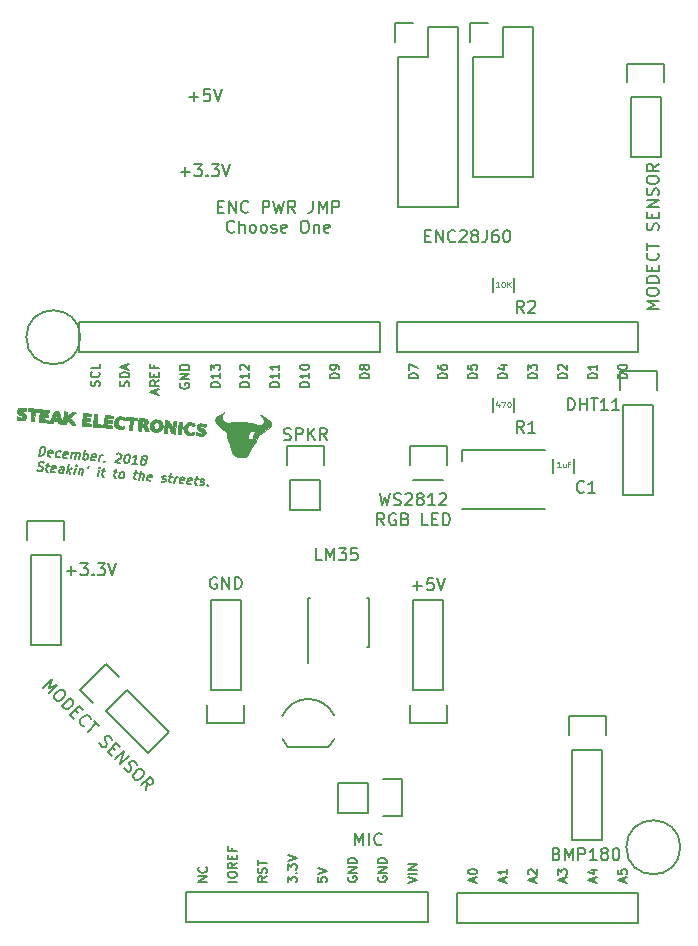
<source format=gto>
G04 #@! TF.GenerationSoftware,KiCad,Pcbnew,5.0.0-rc2*
G04 #@! TF.CreationDate,2018-12-02T13:55:14-05:00*
G04 #@! TF.ProjectId,uno,756E6F2E6B696361645F706362000000,v1.0*
G04 #@! TF.SameCoordinates,Original*
G04 #@! TF.FileFunction,Legend,Top*
G04 #@! TF.FilePolarity,Positive*
%FSLAX46Y46*%
G04 Gerber Fmt 4.6, Leading zero omitted, Abs format (unit mm)*
G04 Created by KiCad (PCBNEW 5.0.0-rc2) date Sun Dec  2 13:55:14 2018*
%MOMM*%
%LPD*%
G01*
G04 APERTURE LIST*
%ADD10C,0.152400*%
%ADD11C,0.150000*%
%ADD12C,0.010000*%
%ADD13C,0.125000*%
G04 APERTURE END LIST*
D10*
X36703000Y-80082571D02*
X37477095Y-80082571D01*
X37090047Y-80469619D02*
X37090047Y-79695523D01*
X37864142Y-79453619D02*
X38493095Y-79453619D01*
X38154428Y-79840666D01*
X38299571Y-79840666D01*
X38396333Y-79889047D01*
X38444714Y-79937428D01*
X38493095Y-80034190D01*
X38493095Y-80276095D01*
X38444714Y-80372857D01*
X38396333Y-80421238D01*
X38299571Y-80469619D01*
X38009285Y-80469619D01*
X37912523Y-80421238D01*
X37864142Y-80372857D01*
X38928523Y-80372857D02*
X38976904Y-80421238D01*
X38928523Y-80469619D01*
X38880142Y-80421238D01*
X38928523Y-80372857D01*
X38928523Y-80469619D01*
X39315571Y-79453619D02*
X39944523Y-79453619D01*
X39605857Y-79840666D01*
X39751000Y-79840666D01*
X39847761Y-79889047D01*
X39896142Y-79937428D01*
X39944523Y-80034190D01*
X39944523Y-80276095D01*
X39896142Y-80372857D01*
X39847761Y-80421238D01*
X39751000Y-80469619D01*
X39460714Y-80469619D01*
X39363952Y-80421238D01*
X39315571Y-80372857D01*
X40234809Y-79453619D02*
X40573476Y-80469619D01*
X40912142Y-79453619D01*
X79127047Y-66499619D02*
X79127047Y-65483619D01*
X79368952Y-65483619D01*
X79514095Y-65532000D01*
X79610857Y-65628761D01*
X79659238Y-65725523D01*
X79707619Y-65919047D01*
X79707619Y-66064190D01*
X79659238Y-66257714D01*
X79610857Y-66354476D01*
X79514095Y-66451238D01*
X79368952Y-66499619D01*
X79127047Y-66499619D01*
X80143047Y-66499619D02*
X80143047Y-65483619D01*
X80143047Y-65967428D02*
X80723619Y-65967428D01*
X80723619Y-66499619D02*
X80723619Y-65483619D01*
X81062285Y-65483619D02*
X81642857Y-65483619D01*
X81352571Y-66499619D02*
X81352571Y-65483619D01*
X82513714Y-66499619D02*
X81933142Y-66499619D01*
X82223428Y-66499619D02*
X82223428Y-65483619D01*
X82126666Y-65628761D01*
X82029904Y-65725523D01*
X81933142Y-65773904D01*
X83481333Y-66499619D02*
X82900761Y-66499619D01*
X83191047Y-66499619D02*
X83191047Y-65483619D01*
X83094285Y-65628761D01*
X82997523Y-65725523D01*
X82900761Y-65773904D01*
X34717372Y-89977371D02*
X35435792Y-89258951D01*
X35162108Y-90011582D01*
X35914739Y-89737898D01*
X35196319Y-90456318D01*
X36393686Y-90216845D02*
X36530528Y-90353687D01*
X36564739Y-90456318D01*
X36564739Y-90593160D01*
X36462107Y-90764213D01*
X36222634Y-91003686D01*
X36051581Y-91106318D01*
X35914739Y-91106318D01*
X35812108Y-91072107D01*
X35675266Y-90935265D01*
X35641055Y-90832634D01*
X35641055Y-90695792D01*
X35743687Y-90524739D01*
X35983160Y-90285266D01*
X36154213Y-90182634D01*
X36291055Y-90182634D01*
X36393686Y-90216845D01*
X36291055Y-91551054D02*
X37009475Y-90832634D01*
X37180528Y-91003686D01*
X37248949Y-91140528D01*
X37248949Y-91277370D01*
X37214738Y-91380002D01*
X37112107Y-91551054D01*
X37009475Y-91653686D01*
X36838423Y-91756317D01*
X36735791Y-91790528D01*
X36598949Y-91790528D01*
X36462107Y-91722107D01*
X36291055Y-91551054D01*
X37385791Y-91893159D02*
X37625264Y-92132633D01*
X37351580Y-92611580D02*
X37009475Y-92269475D01*
X37727896Y-91551054D01*
X38070001Y-91893159D01*
X38138422Y-93261579D02*
X38070001Y-93261579D01*
X37933159Y-93193158D01*
X37864738Y-93124737D01*
X37796317Y-92987895D01*
X37796317Y-92851053D01*
X37830527Y-92748422D01*
X37933159Y-92577369D01*
X38035790Y-92474738D01*
X38206843Y-92372106D01*
X38309474Y-92337896D01*
X38446316Y-92337896D01*
X38583158Y-92406317D01*
X38651579Y-92474738D01*
X38720000Y-92611580D01*
X38720000Y-92680001D01*
X38993684Y-92816843D02*
X39404210Y-93227369D01*
X38480527Y-93740526D02*
X39198947Y-93022106D01*
X39472631Y-94664209D02*
X39541052Y-94801051D01*
X39712104Y-94972104D01*
X39814736Y-95006314D01*
X39883157Y-95006314D01*
X39985788Y-94972104D01*
X40054209Y-94903683D01*
X40088420Y-94801051D01*
X40088420Y-94732630D01*
X40054209Y-94629999D01*
X39951578Y-94458946D01*
X39917367Y-94356315D01*
X39917367Y-94287894D01*
X39951578Y-94185262D01*
X40019999Y-94116841D01*
X40122630Y-94082631D01*
X40191051Y-94082631D01*
X40293683Y-94116841D01*
X40464735Y-94287894D01*
X40533156Y-94424736D01*
X40533156Y-95040525D02*
X40772630Y-95279998D01*
X40498946Y-95758945D02*
X40156841Y-95416840D01*
X40875261Y-94698420D01*
X41217366Y-95040525D01*
X40806840Y-96066840D02*
X41525261Y-95348419D01*
X41217366Y-96477366D01*
X41935787Y-95758945D01*
X41559471Y-96751050D02*
X41627892Y-96887892D01*
X41798945Y-97058944D01*
X41901576Y-97093155D01*
X41969997Y-97093155D01*
X42072629Y-97058944D01*
X42141050Y-96990523D01*
X42175260Y-96887892D01*
X42175260Y-96819471D01*
X42141050Y-96716839D01*
X42038418Y-96545787D01*
X42004208Y-96443155D01*
X42004208Y-96374734D01*
X42038418Y-96272103D01*
X42106839Y-96203682D01*
X42209471Y-96169471D01*
X42277892Y-96169471D01*
X42380523Y-96203682D01*
X42551576Y-96374734D01*
X42619997Y-96511576D01*
X43098944Y-96922102D02*
X43235786Y-97058944D01*
X43269996Y-97161576D01*
X43269996Y-97298418D01*
X43167365Y-97469470D01*
X42927891Y-97708944D01*
X42756839Y-97811575D01*
X42619997Y-97811575D01*
X42517365Y-97777365D01*
X42380523Y-97640523D01*
X42346313Y-97537891D01*
X42346313Y-97401049D01*
X42448944Y-97229997D01*
X42688418Y-96990523D01*
X42859470Y-96887892D01*
X42996312Y-96887892D01*
X43098944Y-96922102D01*
X43406838Y-98666838D02*
X43509470Y-98085259D01*
X42996312Y-98256312D02*
X43714733Y-97537891D01*
X43988417Y-97811575D01*
X44022627Y-97914207D01*
X44022627Y-97982628D01*
X43988417Y-98085259D01*
X43885785Y-98187891D01*
X43783154Y-98222101D01*
X43714733Y-98222101D01*
X43612101Y-98187891D01*
X43338417Y-97914207D01*
X66003714Y-81352571D02*
X66777809Y-81352571D01*
X66390761Y-81739619D02*
X66390761Y-80965523D01*
X67745428Y-80723619D02*
X67261619Y-80723619D01*
X67213238Y-81207428D01*
X67261619Y-81159047D01*
X67358380Y-81110666D01*
X67600285Y-81110666D01*
X67697047Y-81159047D01*
X67745428Y-81207428D01*
X67793809Y-81304190D01*
X67793809Y-81546095D01*
X67745428Y-81642857D01*
X67697047Y-81691238D01*
X67600285Y-81739619D01*
X67358380Y-81739619D01*
X67261619Y-81691238D01*
X67213238Y-81642857D01*
X68084095Y-80723619D02*
X68422761Y-81739619D01*
X68761428Y-80723619D01*
X67031809Y-51743428D02*
X67370476Y-51743428D01*
X67515619Y-52275619D02*
X67031809Y-52275619D01*
X67031809Y-51259619D01*
X67515619Y-51259619D01*
X67951047Y-52275619D02*
X67951047Y-51259619D01*
X68531619Y-52275619D01*
X68531619Y-51259619D01*
X69595999Y-52178857D02*
X69547619Y-52227238D01*
X69402476Y-52275619D01*
X69305714Y-52275619D01*
X69160571Y-52227238D01*
X69063809Y-52130476D01*
X69015428Y-52033714D01*
X68967047Y-51840190D01*
X68967047Y-51695047D01*
X69015428Y-51501523D01*
X69063809Y-51404761D01*
X69160571Y-51308000D01*
X69305714Y-51259619D01*
X69402476Y-51259619D01*
X69547619Y-51308000D01*
X69595999Y-51356380D01*
X69983047Y-51356380D02*
X70031428Y-51308000D01*
X70128190Y-51259619D01*
X70370095Y-51259619D01*
X70466857Y-51308000D01*
X70515238Y-51356380D01*
X70563619Y-51453142D01*
X70563619Y-51549904D01*
X70515238Y-51695047D01*
X69934666Y-52275619D01*
X70563619Y-52275619D01*
X71144190Y-51695047D02*
X71047428Y-51646666D01*
X70999047Y-51598285D01*
X70950666Y-51501523D01*
X70950666Y-51453142D01*
X70999047Y-51356380D01*
X71047428Y-51308000D01*
X71144190Y-51259619D01*
X71337714Y-51259619D01*
X71434476Y-51308000D01*
X71482857Y-51356380D01*
X71531238Y-51453142D01*
X71531238Y-51501523D01*
X71482857Y-51598285D01*
X71434476Y-51646666D01*
X71337714Y-51695047D01*
X71144190Y-51695047D01*
X71047428Y-51743428D01*
X70999047Y-51791809D01*
X70950666Y-51888571D01*
X70950666Y-52082095D01*
X70999047Y-52178857D01*
X71047428Y-52227238D01*
X71144190Y-52275619D01*
X71337714Y-52275619D01*
X71434476Y-52227238D01*
X71482857Y-52178857D01*
X71531238Y-52082095D01*
X71531238Y-51888571D01*
X71482857Y-51791809D01*
X71434476Y-51743428D01*
X71337714Y-51695047D01*
X72256952Y-51259619D02*
X72256952Y-51985333D01*
X72208571Y-52130476D01*
X72111809Y-52227238D01*
X71966666Y-52275619D01*
X71869904Y-52275619D01*
X73176190Y-51259619D02*
X72982666Y-51259619D01*
X72885904Y-51308000D01*
X72837523Y-51356380D01*
X72740761Y-51501523D01*
X72692380Y-51695047D01*
X72692380Y-52082095D01*
X72740761Y-52178857D01*
X72789142Y-52227238D01*
X72885904Y-52275619D01*
X73079428Y-52275619D01*
X73176190Y-52227238D01*
X73224571Y-52178857D01*
X73272952Y-52082095D01*
X73272952Y-51840190D01*
X73224571Y-51743428D01*
X73176190Y-51695047D01*
X73079428Y-51646666D01*
X72885904Y-51646666D01*
X72789142Y-51695047D01*
X72740761Y-51743428D01*
X72692380Y-51840190D01*
X73901904Y-51259619D02*
X73998666Y-51259619D01*
X74095428Y-51308000D01*
X74143809Y-51356380D01*
X74192190Y-51453142D01*
X74240571Y-51646666D01*
X74240571Y-51888571D01*
X74192190Y-52082095D01*
X74143809Y-52178857D01*
X74095428Y-52227238D01*
X73998666Y-52275619D01*
X73901904Y-52275619D01*
X73805142Y-52227238D01*
X73756761Y-52178857D01*
X73708380Y-52082095D01*
X73659999Y-51888571D01*
X73659999Y-51646666D01*
X73708380Y-51453142D01*
X73756761Y-51356380D01*
X73805142Y-51308000D01*
X73901904Y-51259619D01*
X86819619Y-57936190D02*
X85803619Y-57936190D01*
X86529333Y-57597523D01*
X85803619Y-57258857D01*
X86819619Y-57258857D01*
X85803619Y-56581523D02*
X85803619Y-56388000D01*
X85851999Y-56291238D01*
X85948761Y-56194476D01*
X86142285Y-56146095D01*
X86480952Y-56146095D01*
X86674476Y-56194476D01*
X86771238Y-56291238D01*
X86819619Y-56388000D01*
X86819619Y-56581523D01*
X86771238Y-56678285D01*
X86674476Y-56775047D01*
X86480952Y-56823428D01*
X86142285Y-56823428D01*
X85948761Y-56775047D01*
X85851999Y-56678285D01*
X85803619Y-56581523D01*
X86819619Y-55710666D02*
X85803619Y-55710666D01*
X85803619Y-55468761D01*
X85851999Y-55323619D01*
X85948761Y-55226857D01*
X86045523Y-55178476D01*
X86239047Y-55130095D01*
X86384190Y-55130095D01*
X86577714Y-55178476D01*
X86674476Y-55226857D01*
X86771238Y-55323619D01*
X86819619Y-55468761D01*
X86819619Y-55710666D01*
X86287428Y-54694666D02*
X86287428Y-54356000D01*
X86819619Y-54210857D02*
X86819619Y-54694666D01*
X85803619Y-54694666D01*
X85803619Y-54210857D01*
X86722857Y-53194857D02*
X86771238Y-53243238D01*
X86819619Y-53388380D01*
X86819619Y-53485142D01*
X86771238Y-53630285D01*
X86674476Y-53727047D01*
X86577714Y-53775428D01*
X86384190Y-53823809D01*
X86239047Y-53823809D01*
X86045523Y-53775428D01*
X85948761Y-53727047D01*
X85851999Y-53630285D01*
X85803619Y-53485142D01*
X85803619Y-53388380D01*
X85851999Y-53243238D01*
X85900380Y-53194857D01*
X85803619Y-52904571D02*
X85803619Y-52324000D01*
X86819619Y-52614285D02*
X85803619Y-52614285D01*
X86771238Y-51259619D02*
X86819619Y-51114476D01*
X86819619Y-50872571D01*
X86771238Y-50775809D01*
X86722857Y-50727428D01*
X86626095Y-50679047D01*
X86529333Y-50679047D01*
X86432571Y-50727428D01*
X86384190Y-50775809D01*
X86335809Y-50872571D01*
X86287428Y-51066095D01*
X86239047Y-51162857D01*
X86190666Y-51211238D01*
X86093904Y-51259619D01*
X85997142Y-51259619D01*
X85900380Y-51211238D01*
X85852000Y-51162857D01*
X85803619Y-51066095D01*
X85803619Y-50824190D01*
X85852000Y-50679047D01*
X86287428Y-50243619D02*
X86287428Y-49904952D01*
X86819619Y-49759809D02*
X86819619Y-50243619D01*
X85803619Y-50243619D01*
X85803619Y-49759809D01*
X86819619Y-49324380D02*
X85803619Y-49324380D01*
X86819619Y-48743809D01*
X85803619Y-48743809D01*
X86771238Y-48308380D02*
X86819619Y-48163238D01*
X86819619Y-47921333D01*
X86771238Y-47824571D01*
X86722857Y-47776190D01*
X86626095Y-47727809D01*
X86529333Y-47727809D01*
X86432571Y-47776190D01*
X86384190Y-47824571D01*
X86335809Y-47921333D01*
X86287428Y-48114857D01*
X86239047Y-48211619D01*
X86190666Y-48260000D01*
X86093904Y-48308380D01*
X85997142Y-48308380D01*
X85900380Y-48260000D01*
X85852000Y-48211619D01*
X85803619Y-48114857D01*
X85803619Y-47872952D01*
X85852000Y-47727809D01*
X85803619Y-47098857D02*
X85803619Y-46905333D01*
X85852000Y-46808571D01*
X85948761Y-46711809D01*
X86142285Y-46663428D01*
X86480952Y-46663428D01*
X86674476Y-46711809D01*
X86771238Y-46808571D01*
X86819619Y-46905333D01*
X86819619Y-47098857D01*
X86771238Y-47195619D01*
X86674476Y-47292380D01*
X86480952Y-47340761D01*
X86142285Y-47340761D01*
X85948761Y-47292380D01*
X85852000Y-47195619D01*
X85803619Y-47098857D01*
X86819619Y-45647428D02*
X86335809Y-45986095D01*
X86819619Y-46228000D02*
X85803619Y-46228000D01*
X85803619Y-45840952D01*
X85852000Y-45744190D01*
X85900380Y-45695809D01*
X85997142Y-45647428D01*
X86142285Y-45647428D01*
X86239047Y-45695809D01*
X86287428Y-45744190D01*
X86335809Y-45840952D01*
X86335809Y-46228000D01*
X78177571Y-104067428D02*
X78322714Y-104115809D01*
X78371095Y-104164190D01*
X78419476Y-104260952D01*
X78419476Y-104406095D01*
X78371095Y-104502857D01*
X78322714Y-104551238D01*
X78225952Y-104599619D01*
X77838904Y-104599619D01*
X77838904Y-103583619D01*
X78177571Y-103583619D01*
X78274333Y-103632000D01*
X78322714Y-103680380D01*
X78371095Y-103777142D01*
X78371095Y-103873904D01*
X78322714Y-103970666D01*
X78274333Y-104019047D01*
X78177571Y-104067428D01*
X77838904Y-104067428D01*
X78854904Y-104599619D02*
X78854904Y-103583619D01*
X79193571Y-104309333D01*
X79532238Y-103583619D01*
X79532238Y-104599619D01*
X80016047Y-104599619D02*
X80016047Y-103583619D01*
X80403095Y-103583619D01*
X80499857Y-103632000D01*
X80548238Y-103680380D01*
X80596619Y-103777142D01*
X80596619Y-103922285D01*
X80548238Y-104019047D01*
X80499857Y-104067428D01*
X80403095Y-104115809D01*
X80016047Y-104115809D01*
X81564238Y-104599619D02*
X80983666Y-104599619D01*
X81273952Y-104599619D02*
X81273952Y-103583619D01*
X81177190Y-103728761D01*
X81080428Y-103825523D01*
X80983666Y-103873904D01*
X82144809Y-104019047D02*
X82048047Y-103970666D01*
X81999666Y-103922285D01*
X81951285Y-103825523D01*
X81951285Y-103777142D01*
X81999666Y-103680380D01*
X82048047Y-103632000D01*
X82144809Y-103583619D01*
X82338333Y-103583619D01*
X82435095Y-103632000D01*
X82483476Y-103680380D01*
X82531857Y-103777142D01*
X82531857Y-103825523D01*
X82483476Y-103922285D01*
X82435095Y-103970666D01*
X82338333Y-104019047D01*
X82144809Y-104019047D01*
X82048047Y-104067428D01*
X81999666Y-104115809D01*
X81951285Y-104212571D01*
X81951285Y-104406095D01*
X81999666Y-104502857D01*
X82048047Y-104551238D01*
X82144809Y-104599619D01*
X82338333Y-104599619D01*
X82435095Y-104551238D01*
X82483476Y-104502857D01*
X82531857Y-104406095D01*
X82531857Y-104212571D01*
X82483476Y-104115809D01*
X82435095Y-104067428D01*
X82338333Y-104019047D01*
X83160809Y-103583619D02*
X83257571Y-103583619D01*
X83354333Y-103632000D01*
X83402714Y-103680380D01*
X83451095Y-103777142D01*
X83499476Y-103970666D01*
X83499476Y-104212571D01*
X83451095Y-104406095D01*
X83402714Y-104502857D01*
X83354333Y-104551238D01*
X83257571Y-104599619D01*
X83160809Y-104599619D01*
X83064047Y-104551238D01*
X83015666Y-104502857D01*
X82967285Y-104406095D01*
X82918904Y-104212571D01*
X82918904Y-103970666D01*
X82967285Y-103777142D01*
X83015666Y-103680380D01*
X83064047Y-103632000D01*
X83160809Y-103583619D01*
X55081714Y-68991238D02*
X55226857Y-69039619D01*
X55468761Y-69039619D01*
X55565523Y-68991238D01*
X55613904Y-68942857D01*
X55662285Y-68846095D01*
X55662285Y-68749333D01*
X55613904Y-68652571D01*
X55565523Y-68604190D01*
X55468761Y-68555809D01*
X55275238Y-68507428D01*
X55178476Y-68459047D01*
X55130095Y-68410666D01*
X55081714Y-68313904D01*
X55081714Y-68217142D01*
X55130095Y-68120380D01*
X55178476Y-68072000D01*
X55275238Y-68023619D01*
X55517142Y-68023619D01*
X55662285Y-68072000D01*
X56097714Y-69039619D02*
X56097714Y-68023619D01*
X56484761Y-68023619D01*
X56581523Y-68072000D01*
X56629904Y-68120380D01*
X56678285Y-68217142D01*
X56678285Y-68362285D01*
X56629904Y-68459047D01*
X56581523Y-68507428D01*
X56484761Y-68555809D01*
X56097714Y-68555809D01*
X57113714Y-69039619D02*
X57113714Y-68023619D01*
X57694285Y-69039619D02*
X57258857Y-68459047D01*
X57694285Y-68023619D02*
X57113714Y-68604190D01*
X58710285Y-69039619D02*
X58371619Y-68555809D01*
X58129714Y-69039619D02*
X58129714Y-68023619D01*
X58516761Y-68023619D01*
X58613523Y-68072000D01*
X58661904Y-68120380D01*
X58710285Y-68217142D01*
X58710285Y-68362285D01*
X58661904Y-68459047D01*
X58613523Y-68507428D01*
X58516761Y-68555809D01*
X58129714Y-68555809D01*
X61141428Y-103329619D02*
X61141428Y-102313619D01*
X61480095Y-103039333D01*
X61818761Y-102313619D01*
X61818761Y-103329619D01*
X62302571Y-103329619D02*
X62302571Y-102313619D01*
X63366952Y-103232857D02*
X63318571Y-103281238D01*
X63173428Y-103329619D01*
X63076666Y-103329619D01*
X62931523Y-103281238D01*
X62834761Y-103184476D01*
X62786380Y-103087714D01*
X62737999Y-102894190D01*
X62737999Y-102749047D01*
X62786380Y-102555523D01*
X62834761Y-102458761D01*
X62931523Y-102362000D01*
X63076666Y-102313619D01*
X63173428Y-102313619D01*
X63318571Y-102362000D01*
X63366952Y-102410380D01*
X49505809Y-49254228D02*
X49844476Y-49254228D01*
X49989619Y-49786419D02*
X49505809Y-49786419D01*
X49505809Y-48770419D01*
X49989619Y-48770419D01*
X50425047Y-49786419D02*
X50425047Y-48770419D01*
X51005619Y-49786419D01*
X51005619Y-48770419D01*
X52069999Y-49689657D02*
X52021619Y-49738038D01*
X51876476Y-49786419D01*
X51779714Y-49786419D01*
X51634571Y-49738038D01*
X51537809Y-49641276D01*
X51489428Y-49544514D01*
X51441047Y-49350990D01*
X51441047Y-49205847D01*
X51489428Y-49012323D01*
X51537809Y-48915561D01*
X51634571Y-48818800D01*
X51779714Y-48770419D01*
X51876476Y-48770419D01*
X52021619Y-48818800D01*
X52069999Y-48867180D01*
X53279523Y-49786419D02*
X53279523Y-48770419D01*
X53666571Y-48770419D01*
X53763333Y-48818800D01*
X53811714Y-48867180D01*
X53860095Y-48963942D01*
X53860095Y-49109085D01*
X53811714Y-49205847D01*
X53763333Y-49254228D01*
X53666571Y-49302609D01*
X53279523Y-49302609D01*
X54198761Y-48770419D02*
X54440666Y-49786419D01*
X54634190Y-49060704D01*
X54827714Y-49786419D01*
X55069619Y-48770419D01*
X56037238Y-49786419D02*
X55698571Y-49302609D01*
X55456666Y-49786419D02*
X55456666Y-48770419D01*
X55843714Y-48770419D01*
X55940476Y-48818800D01*
X55988857Y-48867180D01*
X56037238Y-48963942D01*
X56037238Y-49109085D01*
X55988857Y-49205847D01*
X55940476Y-49254228D01*
X55843714Y-49302609D01*
X55456666Y-49302609D01*
X57537047Y-48770419D02*
X57537047Y-49496133D01*
X57488666Y-49641276D01*
X57391904Y-49738038D01*
X57246761Y-49786419D01*
X57149999Y-49786419D01*
X58020857Y-49786419D02*
X58020857Y-48770419D01*
X58359523Y-49496133D01*
X58698190Y-48770419D01*
X58698190Y-49786419D01*
X59181999Y-49786419D02*
X59181999Y-48770419D01*
X59569047Y-48770419D01*
X59665809Y-48818800D01*
X59714190Y-48867180D01*
X59762571Y-48963942D01*
X59762571Y-49109085D01*
X59714190Y-49205847D01*
X59665809Y-49254228D01*
X59569047Y-49302609D01*
X59181999Y-49302609D01*
X50884666Y-51366057D02*
X50836285Y-51414438D01*
X50691142Y-51462819D01*
X50594380Y-51462819D01*
X50449238Y-51414438D01*
X50352476Y-51317676D01*
X50304095Y-51220914D01*
X50255714Y-51027390D01*
X50255714Y-50882247D01*
X50304095Y-50688723D01*
X50352476Y-50591961D01*
X50449238Y-50495200D01*
X50594380Y-50446819D01*
X50691142Y-50446819D01*
X50836285Y-50495200D01*
X50884666Y-50543580D01*
X51320095Y-51462819D02*
X51320095Y-50446819D01*
X51755523Y-51462819D02*
X51755523Y-50930628D01*
X51707142Y-50833866D01*
X51610380Y-50785485D01*
X51465238Y-50785485D01*
X51368476Y-50833866D01*
X51320095Y-50882247D01*
X52384476Y-51462819D02*
X52287714Y-51414438D01*
X52239333Y-51366057D01*
X52190952Y-51269295D01*
X52190952Y-50979009D01*
X52239333Y-50882247D01*
X52287714Y-50833866D01*
X52384476Y-50785485D01*
X52529619Y-50785485D01*
X52626380Y-50833866D01*
X52674761Y-50882247D01*
X52723142Y-50979009D01*
X52723142Y-51269295D01*
X52674761Y-51366057D01*
X52626380Y-51414438D01*
X52529619Y-51462819D01*
X52384476Y-51462819D01*
X53303714Y-51462819D02*
X53206952Y-51414438D01*
X53158571Y-51366057D01*
X53110190Y-51269295D01*
X53110190Y-50979009D01*
X53158571Y-50882247D01*
X53206952Y-50833866D01*
X53303714Y-50785485D01*
X53448857Y-50785485D01*
X53545619Y-50833866D01*
X53594000Y-50882247D01*
X53642380Y-50979009D01*
X53642380Y-51269295D01*
X53594000Y-51366057D01*
X53545619Y-51414438D01*
X53448857Y-51462819D01*
X53303714Y-51462819D01*
X54029428Y-51414438D02*
X54126190Y-51462819D01*
X54319714Y-51462819D01*
X54416476Y-51414438D01*
X54464857Y-51317676D01*
X54464857Y-51269295D01*
X54416476Y-51172533D01*
X54319714Y-51124152D01*
X54174571Y-51124152D01*
X54077809Y-51075771D01*
X54029428Y-50979009D01*
X54029428Y-50930628D01*
X54077809Y-50833866D01*
X54174571Y-50785485D01*
X54319714Y-50785485D01*
X54416476Y-50833866D01*
X55287333Y-51414438D02*
X55190571Y-51462819D01*
X54997047Y-51462819D01*
X54900285Y-51414438D01*
X54851904Y-51317676D01*
X54851904Y-50930628D01*
X54900285Y-50833866D01*
X54997047Y-50785485D01*
X55190571Y-50785485D01*
X55287333Y-50833866D01*
X55335714Y-50930628D01*
X55335714Y-51027390D01*
X54851904Y-51124152D01*
X56738761Y-50446819D02*
X56932285Y-50446819D01*
X57029047Y-50495200D01*
X57125809Y-50591961D01*
X57174190Y-50785485D01*
X57174190Y-51124152D01*
X57125809Y-51317676D01*
X57029047Y-51414438D01*
X56932285Y-51462819D01*
X56738761Y-51462819D01*
X56642000Y-51414438D01*
X56545238Y-51317676D01*
X56496857Y-51124152D01*
X56496857Y-50785485D01*
X56545238Y-50591961D01*
X56642000Y-50495200D01*
X56738761Y-50446819D01*
X57609619Y-50785485D02*
X57609619Y-51462819D01*
X57609619Y-50882247D02*
X57658000Y-50833866D01*
X57754761Y-50785485D01*
X57899904Y-50785485D01*
X57996666Y-50833866D01*
X58045047Y-50930628D01*
X58045047Y-51462819D01*
X58915904Y-51414438D02*
X58819142Y-51462819D01*
X58625619Y-51462819D01*
X58528857Y-51414438D01*
X58480476Y-51317676D01*
X58480476Y-50930628D01*
X58528857Y-50833866D01*
X58625619Y-50785485D01*
X58819142Y-50785485D01*
X58915904Y-50833866D01*
X58964285Y-50930628D01*
X58964285Y-51027390D01*
X58480476Y-51124152D01*
X34346346Y-70335009D02*
X34507647Y-69584210D01*
X34688385Y-69600022D01*
X34789147Y-69645262D01*
X34846080Y-69723092D01*
X34866866Y-69797759D01*
X34872290Y-69943931D01*
X34849247Y-70051188D01*
X34782375Y-70191035D01*
X34730866Y-70259377D01*
X34643208Y-70324556D01*
X34527085Y-70350821D01*
X34346346Y-70335009D01*
X35402309Y-70390969D02*
X35322333Y-70420396D01*
X35177742Y-70407746D01*
X35113128Y-70365669D01*
X35092342Y-70291002D01*
X35153790Y-70004983D01*
X35205299Y-69936641D01*
X35285275Y-69907214D01*
X35429866Y-69919864D01*
X35494480Y-69961941D01*
X35515266Y-70036608D01*
X35499904Y-70108113D01*
X35123066Y-70147992D01*
X36089114Y-70451057D02*
X36009138Y-70480484D01*
X35864547Y-70467834D01*
X35799933Y-70425757D01*
X35771466Y-70386842D01*
X35750680Y-70312175D01*
X35796766Y-70097661D01*
X35848276Y-70029319D01*
X35892104Y-69996729D01*
X35972081Y-69967301D01*
X36116671Y-69979951D01*
X36181285Y-70022029D01*
X36703624Y-70504819D02*
X36623647Y-70534247D01*
X36479057Y-70521597D01*
X36414443Y-70479519D01*
X36393657Y-70404852D01*
X36455105Y-70118833D01*
X36506614Y-70050491D01*
X36586590Y-70021064D01*
X36731181Y-70033714D01*
X36795795Y-70075791D01*
X36816581Y-70150459D01*
X36801219Y-70221963D01*
X36424381Y-70261843D01*
X37057419Y-70572197D02*
X37164953Y-70071664D01*
X37149591Y-70143169D02*
X37193419Y-70110579D01*
X37273395Y-70081152D01*
X37381838Y-70090639D01*
X37446453Y-70132717D01*
X37467238Y-70207384D01*
X37382748Y-70600659D01*
X37467238Y-70207384D02*
X37518748Y-70139042D01*
X37598724Y-70109614D01*
X37707167Y-70119102D01*
X37771781Y-70161179D01*
X37792567Y-70235846D01*
X37708077Y-70629122D01*
X38069553Y-70660747D02*
X38230853Y-69909948D01*
X38169405Y-70195967D02*
X38249382Y-70166539D01*
X38393972Y-70179189D01*
X38458586Y-70221267D01*
X38487053Y-70260182D01*
X38507839Y-70334849D01*
X38461753Y-70549363D01*
X38410244Y-70617705D01*
X38366415Y-70650295D01*
X38286439Y-70679722D01*
X38141848Y-70667072D01*
X38077234Y-70624995D01*
X39053220Y-70710382D02*
X38973244Y-70739810D01*
X38828653Y-70727160D01*
X38764039Y-70685082D01*
X38743253Y-70610415D01*
X38804701Y-70324397D01*
X38856210Y-70256054D01*
X38936187Y-70226627D01*
X39080777Y-70239277D01*
X39145392Y-70281354D01*
X39166177Y-70356022D01*
X39150815Y-70427526D01*
X38773977Y-70467406D01*
X39407015Y-70777760D02*
X39514549Y-70277227D01*
X39483825Y-70420236D02*
X39535335Y-70351894D01*
X39579163Y-70319305D01*
X39659139Y-70289877D01*
X39731435Y-70296202D01*
X39920763Y-70786283D02*
X39913082Y-70822035D01*
X39861573Y-70890377D01*
X39817744Y-70922967D01*
X40926564Y-70218641D02*
X40970392Y-70186051D01*
X41050369Y-70156624D01*
X41231107Y-70172436D01*
X41295721Y-70214514D01*
X41324188Y-70253429D01*
X41344974Y-70328096D01*
X41329612Y-70399600D01*
X41270421Y-70503695D01*
X40744478Y-70894773D01*
X41214397Y-70935885D01*
X41845617Y-70226199D02*
X41917912Y-70232524D01*
X41982526Y-70274601D01*
X42010993Y-70313516D01*
X42031779Y-70388183D01*
X42037202Y-70534355D01*
X41998798Y-70713117D01*
X41931926Y-70852964D01*
X41880417Y-70921306D01*
X41836588Y-70953895D01*
X41756612Y-70983323D01*
X41684316Y-70976998D01*
X41619702Y-70934920D01*
X41591236Y-70896006D01*
X41570450Y-70821338D01*
X41565026Y-70675167D01*
X41603431Y-70496405D01*
X41670302Y-70356558D01*
X41721812Y-70288216D01*
X41765640Y-70255626D01*
X41845617Y-70226199D01*
X42660303Y-71062385D02*
X42226531Y-71024435D01*
X42443417Y-71043410D02*
X42604717Y-70292612D01*
X42509379Y-70393544D01*
X42421722Y-70458723D01*
X42341745Y-70488151D01*
X43186246Y-70671308D02*
X43121632Y-70629230D01*
X43093165Y-70590316D01*
X43072379Y-70515648D01*
X43080060Y-70479896D01*
X43131570Y-70411554D01*
X43175398Y-70378964D01*
X43255375Y-70349537D01*
X43399965Y-70362187D01*
X43464579Y-70404264D01*
X43493046Y-70443179D01*
X43513832Y-70517846D01*
X43506151Y-70553598D01*
X43454641Y-70621941D01*
X43410813Y-70654530D01*
X43330836Y-70683958D01*
X43186246Y-70671308D01*
X43106270Y-70700735D01*
X43062441Y-70733325D01*
X43010931Y-70801667D01*
X42980208Y-70944676D01*
X43000993Y-71019343D01*
X43029460Y-71058258D01*
X43094074Y-71100336D01*
X43238665Y-71112986D01*
X43318641Y-71083558D01*
X43362470Y-71050968D01*
X43413979Y-70982626D01*
X43444703Y-70839617D01*
X43423917Y-70764950D01*
X43395451Y-70726035D01*
X43330836Y-70683958D01*
X34204978Y-71586565D02*
X34305740Y-71631805D01*
X34486478Y-71647617D01*
X34566454Y-71618190D01*
X34610283Y-71585600D01*
X34661792Y-71517258D01*
X34677154Y-71445753D01*
X34656368Y-71371086D01*
X34627902Y-71332171D01*
X34563287Y-71290094D01*
X34426378Y-71241692D01*
X34361764Y-71199614D01*
X34333297Y-71160699D01*
X34312511Y-71086032D01*
X34327873Y-71014528D01*
X34379383Y-70946185D01*
X34423211Y-70913596D01*
X34503187Y-70884168D01*
X34683926Y-70899981D01*
X34784688Y-70945221D01*
X34955488Y-71178710D02*
X35244669Y-71204010D01*
X35117697Y-70937931D02*
X34979440Y-71581473D01*
X35000226Y-71656140D01*
X35064840Y-71698217D01*
X35137135Y-71704542D01*
X35687031Y-71716228D02*
X35607055Y-71745655D01*
X35462464Y-71733005D01*
X35397850Y-71690927D01*
X35377064Y-71616260D01*
X35438512Y-71330242D01*
X35490021Y-71261900D01*
X35569997Y-71232472D01*
X35714588Y-71245122D01*
X35779202Y-71287200D01*
X35799988Y-71361867D01*
X35784626Y-71433371D01*
X35407788Y-71473251D01*
X36366155Y-71812068D02*
X36450645Y-71418792D01*
X36429860Y-71344125D01*
X36365245Y-71302047D01*
X36220655Y-71289397D01*
X36140679Y-71318825D01*
X36373836Y-71776315D02*
X36293860Y-71805743D01*
X36113121Y-71789930D01*
X36048507Y-71747853D01*
X36027721Y-71673185D01*
X36043083Y-71601681D01*
X36094593Y-71533339D01*
X36174569Y-71503911D01*
X36355307Y-71519724D01*
X36435284Y-71490297D01*
X36727631Y-71843693D02*
X36888931Y-71092894D01*
X36861374Y-71563999D02*
X37016812Y-71868993D01*
X37124346Y-71368460D02*
X36773717Y-71629179D01*
X37342141Y-71897455D02*
X37449675Y-71396923D01*
X37503441Y-71146656D02*
X37459613Y-71179246D01*
X37488079Y-71218161D01*
X37531908Y-71185571D01*
X37503441Y-71146656D01*
X37488079Y-71218161D01*
X37811151Y-71428548D02*
X37703617Y-71929080D01*
X37795789Y-71500052D02*
X37839618Y-71467463D01*
X37919594Y-71438035D01*
X38028037Y-71447523D01*
X38092651Y-71489600D01*
X38113437Y-71564267D01*
X38028946Y-71957543D01*
X38587870Y-71241532D02*
X38484851Y-71378216D01*
X39330261Y-72071393D02*
X39437795Y-71570861D01*
X39491561Y-71320594D02*
X39447733Y-71353184D01*
X39476199Y-71392099D01*
X39520028Y-71359509D01*
X39491561Y-71320594D01*
X39476199Y-71392099D01*
X39690828Y-71592998D02*
X39980009Y-71618298D01*
X39853038Y-71352220D02*
X39714780Y-71995761D01*
X39735566Y-72070428D01*
X39800180Y-72112506D01*
X39872476Y-72118831D01*
X40702962Y-71681549D02*
X40992143Y-71706849D01*
X40865171Y-71440770D02*
X40726914Y-72084312D01*
X40747700Y-72158979D01*
X40812314Y-72201056D01*
X40884609Y-72207381D01*
X41246086Y-72239006D02*
X41181471Y-72196929D01*
X41153005Y-72158014D01*
X41132219Y-72083347D01*
X41178305Y-71868833D01*
X41229814Y-71800491D01*
X41273643Y-71767901D01*
X41353619Y-71738474D01*
X41462062Y-71747961D01*
X41526676Y-71790039D01*
X41555143Y-71828953D01*
X41575929Y-71903621D01*
X41529843Y-72118134D01*
X41478334Y-72186477D01*
X41434505Y-72219066D01*
X41354529Y-72248494D01*
X41246086Y-72239006D01*
X42401901Y-71830186D02*
X42691082Y-71855486D01*
X42564110Y-71589408D02*
X42425853Y-72232949D01*
X42446639Y-72307617D01*
X42511253Y-72349694D01*
X42583548Y-72356019D01*
X42836582Y-72378157D02*
X42997882Y-71627358D01*
X43161910Y-72406619D02*
X43246401Y-72013344D01*
X43225615Y-71938676D01*
X43161001Y-71896599D01*
X43052558Y-71887112D01*
X42972582Y-71916539D01*
X42928753Y-71949129D01*
X43820249Y-72427792D02*
X43740273Y-72457219D01*
X43595682Y-72444569D01*
X43531068Y-72402492D01*
X43510282Y-72327825D01*
X43571730Y-72041806D01*
X43623239Y-71973464D01*
X43703216Y-71944037D01*
X43847806Y-71956687D01*
X43912420Y-71998764D01*
X43933206Y-72073431D01*
X43917844Y-72144936D01*
X43541006Y-72184815D01*
X44723940Y-72506855D02*
X44788554Y-72548932D01*
X44933145Y-72561582D01*
X45013121Y-72532155D01*
X45064630Y-72463813D01*
X45072311Y-72428060D01*
X45051526Y-72353393D01*
X44986911Y-72311316D01*
X44878468Y-72301828D01*
X44813854Y-72259751D01*
X44793068Y-72185084D01*
X44800749Y-72149331D01*
X44852259Y-72080989D01*
X44932235Y-72051562D01*
X45040678Y-72061050D01*
X45105292Y-72103127D01*
X45366007Y-72089512D02*
X45655188Y-72114812D01*
X45528217Y-71848733D02*
X45389959Y-72492275D01*
X45410745Y-72566942D01*
X45475359Y-72609020D01*
X45547654Y-72615345D01*
X45800688Y-72637482D02*
X45908221Y-72136950D01*
X45877498Y-72279959D02*
X45929007Y-72211617D01*
X45972836Y-72179027D01*
X46052812Y-72149600D01*
X46125107Y-72155925D01*
X46567469Y-72668143D02*
X46487493Y-72697570D01*
X46342902Y-72684920D01*
X46278288Y-72642843D01*
X46257502Y-72568175D01*
X46318950Y-72282157D01*
X46370460Y-72213815D01*
X46450436Y-72184387D01*
X46595027Y-72197037D01*
X46659641Y-72239115D01*
X46680427Y-72313782D01*
X46665065Y-72385287D01*
X46288226Y-72425166D01*
X47218127Y-72725068D02*
X47138150Y-72754495D01*
X46993560Y-72741845D01*
X46928946Y-72699768D01*
X46908160Y-72625101D01*
X46969608Y-72339082D01*
X47021117Y-72270740D01*
X47101093Y-72241312D01*
X47245684Y-72253963D01*
X47310298Y-72296040D01*
X47331084Y-72370707D01*
X47315722Y-72442212D01*
X46938884Y-72482091D01*
X47571013Y-72282425D02*
X47860194Y-72307725D01*
X47733222Y-72041646D02*
X47594965Y-72685188D01*
X47615751Y-72759855D01*
X47680365Y-72801933D01*
X47752660Y-72808258D01*
X47977227Y-72791480D02*
X48041841Y-72833558D01*
X48186432Y-72846208D01*
X48266408Y-72816780D01*
X48317918Y-72748438D01*
X48325599Y-72712686D01*
X48304813Y-72638019D01*
X48240199Y-72595942D01*
X48131756Y-72586454D01*
X48067141Y-72544377D01*
X48046356Y-72469710D01*
X48054037Y-72433957D01*
X48105546Y-72365615D01*
X48185522Y-72336188D01*
X48293965Y-72345675D01*
X48358580Y-72387753D01*
X48635565Y-72812653D02*
X48664032Y-72851568D01*
X48620204Y-72884158D01*
X48591737Y-72845243D01*
X48635565Y-72812653D01*
X48620204Y-72884158D01*
X46355000Y-46300571D02*
X47129095Y-46300571D01*
X46742047Y-46687619D02*
X46742047Y-45913523D01*
X47516142Y-45671619D02*
X48145095Y-45671619D01*
X47806428Y-46058666D01*
X47951571Y-46058666D01*
X48048333Y-46107047D01*
X48096714Y-46155428D01*
X48145095Y-46252190D01*
X48145095Y-46494095D01*
X48096714Y-46590857D01*
X48048333Y-46639238D01*
X47951571Y-46687619D01*
X47661285Y-46687619D01*
X47564523Y-46639238D01*
X47516142Y-46590857D01*
X48580523Y-46590857D02*
X48628904Y-46639238D01*
X48580523Y-46687619D01*
X48532142Y-46639238D01*
X48580523Y-46590857D01*
X48580523Y-46687619D01*
X48967571Y-45671619D02*
X49596523Y-45671619D01*
X49257857Y-46058666D01*
X49403000Y-46058666D01*
X49499761Y-46107047D01*
X49548142Y-46155428D01*
X49596523Y-46252190D01*
X49596523Y-46494095D01*
X49548142Y-46590857D01*
X49499761Y-46639238D01*
X49403000Y-46687619D01*
X49112714Y-46687619D01*
X49015952Y-46639238D01*
X48967571Y-46590857D01*
X49886809Y-45671619D02*
X50225476Y-46687619D01*
X50564142Y-45671619D01*
X47080714Y-39950571D02*
X47854809Y-39950571D01*
X47467761Y-40337619D02*
X47467761Y-39563523D01*
X48822428Y-39321619D02*
X48338619Y-39321619D01*
X48290238Y-39805428D01*
X48338619Y-39757047D01*
X48435380Y-39708666D01*
X48677285Y-39708666D01*
X48774047Y-39757047D01*
X48822428Y-39805428D01*
X48870809Y-39902190D01*
X48870809Y-40144095D01*
X48822428Y-40240857D01*
X48774047Y-40289238D01*
X48677285Y-40337619D01*
X48435380Y-40337619D01*
X48338619Y-40289238D01*
X48290238Y-40240857D01*
X49161095Y-39321619D02*
X49499761Y-40337619D01*
X49838428Y-39321619D01*
X63185523Y-73535419D02*
X63427428Y-74551419D01*
X63620952Y-73825704D01*
X63814476Y-74551419D01*
X64056380Y-73535419D01*
X64395047Y-74503038D02*
X64540190Y-74551419D01*
X64782095Y-74551419D01*
X64878857Y-74503038D01*
X64927238Y-74454657D01*
X64975619Y-74357895D01*
X64975619Y-74261133D01*
X64927238Y-74164371D01*
X64878857Y-74115990D01*
X64782095Y-74067609D01*
X64588571Y-74019228D01*
X64491809Y-73970847D01*
X64443428Y-73922466D01*
X64395047Y-73825704D01*
X64395047Y-73728942D01*
X64443428Y-73632180D01*
X64491809Y-73583800D01*
X64588571Y-73535419D01*
X64830476Y-73535419D01*
X64975619Y-73583800D01*
X65362666Y-73632180D02*
X65411047Y-73583800D01*
X65507809Y-73535419D01*
X65749714Y-73535419D01*
X65846476Y-73583800D01*
X65894857Y-73632180D01*
X65943238Y-73728942D01*
X65943238Y-73825704D01*
X65894857Y-73970847D01*
X65314285Y-74551419D01*
X65943238Y-74551419D01*
X66523809Y-73970847D02*
X66427047Y-73922466D01*
X66378666Y-73874085D01*
X66330285Y-73777323D01*
X66330285Y-73728942D01*
X66378666Y-73632180D01*
X66427047Y-73583800D01*
X66523809Y-73535419D01*
X66717333Y-73535419D01*
X66814095Y-73583800D01*
X66862476Y-73632180D01*
X66910857Y-73728942D01*
X66910857Y-73777323D01*
X66862476Y-73874085D01*
X66814095Y-73922466D01*
X66717333Y-73970847D01*
X66523809Y-73970847D01*
X66427047Y-74019228D01*
X66378666Y-74067609D01*
X66330285Y-74164371D01*
X66330285Y-74357895D01*
X66378666Y-74454657D01*
X66427047Y-74503038D01*
X66523809Y-74551419D01*
X66717333Y-74551419D01*
X66814095Y-74503038D01*
X66862476Y-74454657D01*
X66910857Y-74357895D01*
X66910857Y-74164371D01*
X66862476Y-74067609D01*
X66814095Y-74019228D01*
X66717333Y-73970847D01*
X67878476Y-74551419D02*
X67297904Y-74551419D01*
X67588190Y-74551419D02*
X67588190Y-73535419D01*
X67491428Y-73680561D01*
X67394666Y-73777323D01*
X67297904Y-73825704D01*
X68265523Y-73632180D02*
X68313904Y-73583800D01*
X68410666Y-73535419D01*
X68652571Y-73535419D01*
X68749333Y-73583800D01*
X68797714Y-73632180D01*
X68846095Y-73728942D01*
X68846095Y-73825704D01*
X68797714Y-73970847D01*
X68217142Y-74551419D01*
X68846095Y-74551419D01*
X63572571Y-76227819D02*
X63233904Y-75744009D01*
X62992000Y-76227819D02*
X62992000Y-75211819D01*
X63379047Y-75211819D01*
X63475809Y-75260200D01*
X63524190Y-75308580D01*
X63572571Y-75405342D01*
X63572571Y-75550485D01*
X63524190Y-75647247D01*
X63475809Y-75695628D01*
X63379047Y-75744009D01*
X62992000Y-75744009D01*
X64540190Y-75260200D02*
X64443428Y-75211819D01*
X64298285Y-75211819D01*
X64153142Y-75260200D01*
X64056380Y-75356961D01*
X64008000Y-75453723D01*
X63959619Y-75647247D01*
X63959619Y-75792390D01*
X64008000Y-75985914D01*
X64056380Y-76082676D01*
X64153142Y-76179438D01*
X64298285Y-76227819D01*
X64395047Y-76227819D01*
X64540190Y-76179438D01*
X64588571Y-76131057D01*
X64588571Y-75792390D01*
X64395047Y-75792390D01*
X65362666Y-75695628D02*
X65507809Y-75744009D01*
X65556190Y-75792390D01*
X65604571Y-75889152D01*
X65604571Y-76034295D01*
X65556190Y-76131057D01*
X65507809Y-76179438D01*
X65411047Y-76227819D01*
X65024000Y-76227819D01*
X65024000Y-75211819D01*
X65362666Y-75211819D01*
X65459428Y-75260200D01*
X65507809Y-75308580D01*
X65556190Y-75405342D01*
X65556190Y-75502104D01*
X65507809Y-75598866D01*
X65459428Y-75647247D01*
X65362666Y-75695628D01*
X65024000Y-75695628D01*
X67297904Y-76227819D02*
X66814095Y-76227819D01*
X66814095Y-75211819D01*
X67636571Y-75695628D02*
X67975238Y-75695628D01*
X68120380Y-76227819D02*
X67636571Y-76227819D01*
X67636571Y-75211819D01*
X68120380Y-75211819D01*
X68555809Y-76227819D02*
X68555809Y-75211819D01*
X68797714Y-75211819D01*
X68942857Y-75260200D01*
X69039619Y-75356961D01*
X69088000Y-75453723D01*
X69136380Y-75647247D01*
X69136380Y-75792390D01*
X69088000Y-75985914D01*
X69039619Y-76082676D01*
X68942857Y-76179438D01*
X68797714Y-76227819D01*
X68555809Y-76227819D01*
X58329285Y-79199619D02*
X57845476Y-79199619D01*
X57845476Y-78183619D01*
X58667952Y-79199619D02*
X58667952Y-78183619D01*
X59006619Y-78909333D01*
X59345285Y-78183619D01*
X59345285Y-79199619D01*
X59732333Y-78183619D02*
X60361285Y-78183619D01*
X60022619Y-78570666D01*
X60167761Y-78570666D01*
X60264523Y-78619047D01*
X60312904Y-78667428D01*
X60361285Y-78764190D01*
X60361285Y-79006095D01*
X60312904Y-79102857D01*
X60264523Y-79151238D01*
X60167761Y-79199619D01*
X59877476Y-79199619D01*
X59780714Y-79151238D01*
X59732333Y-79102857D01*
X61280523Y-78183619D02*
X60796714Y-78183619D01*
X60748333Y-78667428D01*
X60796714Y-78619047D01*
X60893476Y-78570666D01*
X61135380Y-78570666D01*
X61232142Y-78619047D01*
X61280523Y-78667428D01*
X61328904Y-78764190D01*
X61328904Y-79006095D01*
X61280523Y-79102857D01*
X61232142Y-79151238D01*
X61135380Y-79199619D01*
X60893476Y-79199619D01*
X60796714Y-79151238D01*
X60748333Y-79102857D01*
X49390904Y-80670400D02*
X49294142Y-80622019D01*
X49148999Y-80622019D01*
X49003857Y-80670400D01*
X48907095Y-80767161D01*
X48858714Y-80863923D01*
X48810333Y-81057447D01*
X48810333Y-81202590D01*
X48858714Y-81396114D01*
X48907095Y-81492876D01*
X49003857Y-81589638D01*
X49148999Y-81638019D01*
X49245761Y-81638019D01*
X49390904Y-81589638D01*
X49439285Y-81541257D01*
X49439285Y-81202590D01*
X49245761Y-81202590D01*
X49874714Y-81638019D02*
X49874714Y-80622019D01*
X50455285Y-81638019D01*
X50455285Y-80622019D01*
X50939095Y-81638019D02*
X50939095Y-80622019D01*
X51180999Y-80622019D01*
X51326142Y-80670400D01*
X51422904Y-80767161D01*
X51471285Y-80863923D01*
X51519666Y-81057447D01*
X51519666Y-81202590D01*
X51471285Y-81396114D01*
X51422904Y-81492876D01*
X51326142Y-81589638D01*
X51180999Y-81638019D01*
X50939095Y-81638019D01*
D11*
G04 #@! TO.C,P1*
X68860000Y-92990000D02*
X65760000Y-92990000D01*
X68860000Y-91440000D02*
X68860000Y-92990000D01*
X66040000Y-90170000D02*
X68580000Y-90170000D01*
X68580000Y-82550000D02*
X66040000Y-82550000D01*
X65760000Y-92990000D02*
X65760000Y-91440000D01*
X66040000Y-90170000D02*
X66040000Y-82550000D01*
X68580000Y-90170000D02*
X68580000Y-82550000D01*
G04 #@! TO.C,U5*
X46837600Y-109855000D02*
X67259200Y-109855000D01*
X67259200Y-109855000D02*
X67259200Y-107315000D01*
X67259200Y-107315000D02*
X46837600Y-107315000D01*
X46837600Y-109855000D02*
X46837600Y-107315000D01*
X85064600Y-107340400D02*
X69723000Y-107340400D01*
X85064600Y-109880400D02*
X85064600Y-107340400D01*
X69723000Y-109880400D02*
X85064600Y-109880400D01*
X69723000Y-109880400D02*
X69723000Y-107340400D01*
X85064600Y-61595000D02*
X85064600Y-59055000D01*
X85064600Y-59055000D02*
X64643000Y-59055000D01*
X64643000Y-61595000D02*
X64643000Y-59055000D01*
X64643000Y-61595000D02*
X85064600Y-61595000D01*
X63220600Y-59055000D02*
X37744400Y-59055000D01*
X37744400Y-61595000D02*
X63220600Y-61595000D01*
X63220600Y-61595000D02*
X63220600Y-59055000D01*
X37719000Y-61595000D02*
X37719000Y-59055000D01*
G04 #@! TO.C,U2*
X88646000Y-103505000D02*
G75*
G03X88646000Y-103505000I-2286000J0D01*
G01*
G04 #@! TO.C,U3*
X37846000Y-60325000D02*
G75*
G03X37846000Y-60325000I-2286000J0D01*
G01*
G04 #@! TO.C,LED1*
X70160000Y-74890000D02*
X77160000Y-74890000D01*
X70160000Y-70840000D02*
X70160000Y-69840000D01*
X70160000Y-69840000D02*
X77160000Y-69840000D01*
G04 #@! TO.C,P2*
X76200000Y-34036000D02*
X76200000Y-46736000D01*
X76200000Y-46736000D02*
X71120000Y-46736000D01*
X71120000Y-46736000D02*
X71120000Y-36576000D01*
X76200000Y-34036000D02*
X73660000Y-34036000D01*
X72390000Y-33756000D02*
X70840000Y-33756000D01*
X73660000Y-34036000D02*
X73660000Y-36576000D01*
X73660000Y-36576000D02*
X71120000Y-36576000D01*
X70840000Y-33756000D02*
X70840000Y-35306000D01*
G04 #@! TO.C,P5*
X51435000Y-90170000D02*
X51435000Y-82550000D01*
X48895000Y-90170000D02*
X48895000Y-82550000D01*
X48615000Y-92990000D02*
X48615000Y-91440000D01*
X51435000Y-82550000D02*
X48895000Y-82550000D01*
X48895000Y-90170000D02*
X51435000Y-90170000D01*
X51715000Y-91440000D02*
X51715000Y-92990000D01*
X51715000Y-92990000D02*
X48615000Y-92990000D01*
G04 #@! TO.C,P6*
X68860000Y-69570000D02*
X68860000Y-71120000D01*
X65760000Y-71120000D02*
X65760000Y-69570000D01*
X65760000Y-69570000D02*
X68860000Y-69570000D01*
X66040000Y-72390000D02*
X68580000Y-72390000D01*
G04 #@! TO.C,P7*
X69850000Y-49276000D02*
X69850000Y-34036000D01*
X64770000Y-36576000D02*
X64770000Y-49276000D01*
X69850000Y-49276000D02*
X64770000Y-49276000D01*
X69850000Y-34036000D02*
X67310000Y-34036000D01*
X66040000Y-33756000D02*
X64490000Y-33756000D01*
X67310000Y-34036000D02*
X67310000Y-36576000D01*
X67310000Y-36576000D02*
X64770000Y-36576000D01*
X64490000Y-33756000D02*
X64490000Y-35306000D01*
G04 #@! TO.C,P8*
X37812969Y-90170000D02*
X40005000Y-87977969D01*
X38908984Y-91266016D02*
X37812969Y-90170000D01*
X41801051Y-90170000D02*
X40005000Y-91966051D01*
X40005000Y-87977969D02*
X41101016Y-89073984D01*
X45393154Y-93762102D02*
X41801051Y-90170000D01*
X43597102Y-95558154D02*
X45393154Y-93762102D01*
X40005000Y-91966051D02*
X43597102Y-95558154D01*
G04 #@! TO.C,P9*
X84455000Y-40005000D02*
X84455000Y-45085000D01*
X84455000Y-45085000D02*
X86995000Y-45085000D01*
X86995000Y-45085000D02*
X86995000Y-40005000D01*
X87275000Y-37185000D02*
X87275000Y-38735000D01*
X86995000Y-40005000D02*
X84455000Y-40005000D01*
X84175000Y-38735000D02*
X84175000Y-37185000D01*
X84175000Y-37185000D02*
X87275000Y-37185000D01*
G04 #@! TO.C,P10*
X54962305Y-94341990D02*
G75*
G03X55450000Y-95045000I2187695J996990D01*
G01*
X59337695Y-94341990D02*
G75*
G02X58850000Y-95045000I-2187695J996990D01*
G01*
X55450000Y-95045000D02*
X58850000Y-95045000D01*
X54965121Y-92351873D02*
G75*
G02X57150000Y-90945000I2184879J-993127D01*
G01*
X59334879Y-92351873D02*
G75*
G03X57150000Y-90945000I-2184879J-993127D01*
G01*
G04 #@! TO.C,U6*
X57115000Y-86530000D02*
X57165000Y-86530000D01*
X57115000Y-82380000D02*
X57260000Y-82380000D01*
X62265000Y-82380000D02*
X62120000Y-82380000D01*
X62265000Y-86530000D02*
X62120000Y-86530000D01*
X57115000Y-86530000D02*
X57115000Y-82380000D01*
X62265000Y-86530000D02*
X62265000Y-82380000D01*
X57165000Y-86530000D02*
X57165000Y-87930000D01*
G04 #@! TO.C,C1*
X77865000Y-71800000D02*
X77865000Y-70600000D01*
X79615000Y-70600000D02*
X79615000Y-71800000D01*
G04 #@! TO.C,R1*
X72785000Y-66640000D02*
X72785000Y-65440000D01*
X74535000Y-65440000D02*
X74535000Y-66640000D01*
D12*
G04 #@! TO.C,G\002A\002A\002A*
G36*
X48337428Y-67654978D02*
X48447942Y-67701872D01*
X48485220Y-67772297D01*
X48477956Y-67822514D01*
X48426111Y-67884009D01*
X48364080Y-67879774D01*
X48182900Y-67839472D01*
X48050565Y-67843288D01*
X47982786Y-67890470D01*
X47979959Y-67898232D01*
X47990513Y-67959637D01*
X48074406Y-68006136D01*
X48119217Y-68019957D01*
X48310160Y-68102933D01*
X48431440Y-68217645D01*
X48477656Y-68350702D01*
X48443405Y-68488703D01*
X48351555Y-68596097D01*
X48198426Y-68668194D01*
X47986363Y-68675094D01*
X47732845Y-68623039D01*
X47658553Y-68577037D01*
X47641385Y-68481159D01*
X47642924Y-68458610D01*
X47654773Y-68323173D01*
X47820475Y-68410082D01*
X47968312Y-68466559D01*
X48094171Y-68477816D01*
X48176771Y-68445337D01*
X48197012Y-68383815D01*
X48146427Y-68314312D01*
X48020809Y-68255182D01*
X48010759Y-68252080D01*
X47819381Y-68165039D01*
X47713673Y-68044433D01*
X47691514Y-67903223D01*
X47742555Y-67748646D01*
X47862811Y-67654797D01*
X48051474Y-67622169D01*
X48144560Y-67626247D01*
X48337428Y-67654978D01*
X48337428Y-67654978D01*
G37*
X48337428Y-67654978D02*
X48447942Y-67701872D01*
X48485220Y-67772297D01*
X48477956Y-67822514D01*
X48426111Y-67884009D01*
X48364080Y-67879774D01*
X48182900Y-67839472D01*
X48050565Y-67843288D01*
X47982786Y-67890470D01*
X47979959Y-67898232D01*
X47990513Y-67959637D01*
X48074406Y-68006136D01*
X48119217Y-68019957D01*
X48310160Y-68102933D01*
X48431440Y-68217645D01*
X48477656Y-68350702D01*
X48443405Y-68488703D01*
X48351555Y-68596097D01*
X48198426Y-68668194D01*
X47986363Y-68675094D01*
X47732845Y-68623039D01*
X47658553Y-68577037D01*
X47641385Y-68481159D01*
X47642924Y-68458610D01*
X47654773Y-68323173D01*
X47820475Y-68410082D01*
X47968312Y-68466559D01*
X48094171Y-68477816D01*
X48176771Y-68445337D01*
X48197012Y-68383815D01*
X48146427Y-68314312D01*
X48020809Y-68255182D01*
X48010759Y-68252080D01*
X47819381Y-68165039D01*
X47713673Y-68044433D01*
X47691514Y-67903223D01*
X47742555Y-67748646D01*
X47862811Y-67654797D01*
X48051474Y-67622169D01*
X48144560Y-67626247D01*
X48337428Y-67654978D01*
G36*
X47349451Y-67563728D02*
X47462353Y-67601711D01*
X47513765Y-67661924D01*
X47520251Y-67741254D01*
X47501310Y-67820190D01*
X47447137Y-67824352D01*
X47409995Y-67809265D01*
X47214699Y-67754639D01*
X47056906Y-67777672D01*
X46946105Y-67873891D01*
X46891780Y-68038821D01*
X46890193Y-68054463D01*
X46912009Y-68211626D01*
X46993411Y-68332487D01*
X47113870Y-68399274D01*
X47252856Y-68394213D01*
X47273581Y-68386352D01*
X47391645Y-68351946D01*
X47448996Y-68381283D01*
X47457022Y-68463964D01*
X47413915Y-68561156D01*
X47341489Y-68592298D01*
X47148572Y-68601772D01*
X46951846Y-68572889D01*
X46803503Y-68515452D01*
X46716108Y-68429202D01*
X46637656Y-68299898D01*
X46623473Y-68266578D01*
X46582678Y-68045259D01*
X46630780Y-67838346D01*
X46764318Y-67659093D01*
X46787319Y-67638893D01*
X46896127Y-67564126D01*
X47009568Y-67535191D01*
X47159691Y-67539372D01*
X47349451Y-67563728D01*
X47349451Y-67563728D01*
G37*
X47349451Y-67563728D02*
X47462353Y-67601711D01*
X47513765Y-67661924D01*
X47520251Y-67741254D01*
X47501310Y-67820190D01*
X47447137Y-67824352D01*
X47409995Y-67809265D01*
X47214699Y-67754639D01*
X47056906Y-67777672D01*
X46946105Y-67873891D01*
X46891780Y-68038821D01*
X46890193Y-68054463D01*
X46912009Y-68211626D01*
X46993411Y-68332487D01*
X47113870Y-68399274D01*
X47252856Y-68394213D01*
X47273581Y-68386352D01*
X47391645Y-68351946D01*
X47448996Y-68381283D01*
X47457022Y-68463964D01*
X47413915Y-68561156D01*
X47341489Y-68592298D01*
X47148572Y-68601772D01*
X46951846Y-68572889D01*
X46803503Y-68515452D01*
X46716108Y-68429202D01*
X46637656Y-68299898D01*
X46623473Y-68266578D01*
X46582678Y-68045259D01*
X46630780Y-67838346D01*
X46764318Y-67659093D01*
X46787319Y-67638893D01*
X46896127Y-67564126D01*
X47009568Y-67535191D01*
X47159691Y-67539372D01*
X47349451Y-67563728D01*
G36*
X46384325Y-68537776D02*
X46253975Y-68526372D01*
X46153636Y-68511557D01*
X46106116Y-68494306D01*
X46104082Y-68442871D01*
X46111959Y-68319205D01*
X46128221Y-68142730D01*
X46147606Y-67964816D01*
X46206604Y-67455988D01*
X46476901Y-67479636D01*
X46384325Y-68537776D01*
X46384325Y-68537776D01*
G37*
X46384325Y-68537776D02*
X46253975Y-68526372D01*
X46153636Y-68511557D01*
X46106116Y-68494306D01*
X46104082Y-68442871D01*
X46111959Y-68319205D01*
X46128221Y-68142730D01*
X46147606Y-67964816D01*
X46206604Y-67455988D01*
X46476901Y-67479636D01*
X46384325Y-68537776D01*
G36*
X45280625Y-67381748D02*
X45339395Y-67418902D01*
X45393092Y-67498396D01*
X45457784Y-67639173D01*
X45484368Y-67702513D01*
X45618014Y-68023918D01*
X45658508Y-67717748D01*
X45681581Y-67555191D01*
X45704409Y-67464560D01*
X45738770Y-67426208D01*
X45796445Y-67420482D01*
X45834918Y-67423469D01*
X45970834Y-67435361D01*
X45877773Y-68499054D01*
X45713865Y-68470327D01*
X45627840Y-68448924D01*
X45565021Y-68407853D01*
X45508902Y-68327593D01*
X45442972Y-68188622D01*
X45409278Y-68110157D01*
X45268600Y-67778715D01*
X45226368Y-68105744D01*
X45202575Y-68275292D01*
X45179767Y-68372207D01*
X45148569Y-68415637D01*
X45099611Y-68424731D01*
X45071137Y-68422887D01*
X44958137Y-68413000D01*
X45050712Y-67354860D01*
X45200717Y-67367984D01*
X45280625Y-67381748D01*
X45280625Y-67381748D01*
G37*
X45280625Y-67381748D02*
X45339395Y-67418902D01*
X45393092Y-67498396D01*
X45457784Y-67639173D01*
X45484368Y-67702513D01*
X45618014Y-68023918D01*
X45658508Y-67717748D01*
X45681581Y-67555191D01*
X45704409Y-67464560D01*
X45738770Y-67426208D01*
X45796445Y-67420482D01*
X45834918Y-67423469D01*
X45970834Y-67435361D01*
X45877773Y-68499054D01*
X45713865Y-68470327D01*
X45627840Y-68448924D01*
X45565021Y-68407853D01*
X45508902Y-68327593D01*
X45442972Y-68188622D01*
X45409278Y-68110157D01*
X45268600Y-67778715D01*
X45226368Y-68105744D01*
X45202575Y-68275292D01*
X45179767Y-68372207D01*
X45148569Y-68415637D01*
X45099611Y-68424731D01*
X45071137Y-68422887D01*
X44958137Y-68413000D01*
X45050712Y-67354860D01*
X45200717Y-67367984D01*
X45280625Y-67381748D01*
G36*
X44479612Y-67312129D02*
X44584932Y-67350520D01*
X44666720Y-67420010D01*
X44687762Y-67444197D01*
X44782382Y-67616978D01*
X44813389Y-67813866D01*
X44784698Y-68009351D01*
X44700222Y-68177925D01*
X44563876Y-68294076D01*
X44556829Y-68297544D01*
X44381080Y-68342239D01*
X44174731Y-68338904D01*
X43985114Y-68289081D01*
X43961936Y-68278150D01*
X43837017Y-68167625D01*
X43755139Y-68002664D01*
X43723723Y-67814049D01*
X43733026Y-67750263D01*
X44036642Y-67776826D01*
X44045314Y-67944483D01*
X44068748Y-68016436D01*
X44144950Y-68095376D01*
X44259216Y-68116474D01*
X44379305Y-68081789D01*
X44472975Y-67993380D01*
X44474698Y-67990504D01*
X44525555Y-67826129D01*
X44496680Y-67665594D01*
X44402536Y-67545129D01*
X44319151Y-67491908D01*
X44245777Y-67496500D01*
X44177832Y-67529200D01*
X44083215Y-67627676D01*
X44036642Y-67776826D01*
X43733026Y-67750263D01*
X43750192Y-67632561D01*
X43787393Y-67554204D01*
X43910155Y-67394226D01*
X44042649Y-67309573D01*
X44214650Y-67285405D01*
X44316361Y-67290613D01*
X44479612Y-67312129D01*
X44479612Y-67312129D01*
G37*
X44479612Y-67312129D02*
X44584932Y-67350520D01*
X44666720Y-67420010D01*
X44687762Y-67444197D01*
X44782382Y-67616978D01*
X44813389Y-67813866D01*
X44784698Y-68009351D01*
X44700222Y-68177925D01*
X44563876Y-68294076D01*
X44556829Y-68297544D01*
X44381080Y-68342239D01*
X44174731Y-68338904D01*
X43985114Y-68289081D01*
X43961936Y-68278150D01*
X43837017Y-68167625D01*
X43755139Y-68002664D01*
X43723723Y-67814049D01*
X43733026Y-67750263D01*
X44036642Y-67776826D01*
X44045314Y-67944483D01*
X44068748Y-68016436D01*
X44144950Y-68095376D01*
X44259216Y-68116474D01*
X44379305Y-68081789D01*
X44472975Y-67993380D01*
X44474698Y-67990504D01*
X44525555Y-67826129D01*
X44496680Y-67665594D01*
X44402536Y-67545129D01*
X44319151Y-67491908D01*
X44245777Y-67496500D01*
X44177832Y-67529200D01*
X44083215Y-67627676D01*
X44036642Y-67776826D01*
X43733026Y-67750263D01*
X43750192Y-67632561D01*
X43787393Y-67554204D01*
X43910155Y-67394226D01*
X44042649Y-67309573D01*
X44214650Y-67285405D01*
X44316361Y-67290613D01*
X44479612Y-67312129D01*
G36*
X43287706Y-67203993D02*
X43394397Y-67228779D01*
X43461571Y-67270171D01*
X43515611Y-67338464D01*
X43518567Y-67342962D01*
X43575695Y-67448153D01*
X43598501Y-67526294D01*
X43598362Y-67529125D01*
X43565465Y-67599602D01*
X43492485Y-67693184D01*
X43487453Y-67698602D01*
X43428447Y-67774346D01*
X43420997Y-67813942D01*
X43425774Y-67815354D01*
X43460566Y-67855774D01*
X43511654Y-67952378D01*
X43565384Y-68073975D01*
X43608104Y-68189375D01*
X43626157Y-68267390D01*
X43626017Y-68272770D01*
X43584238Y-68285001D01*
X43484692Y-68283962D01*
X43468521Y-68282676D01*
X43353452Y-68257251D01*
X43291363Y-68187619D01*
X43266706Y-68121996D01*
X43200965Y-67968409D01*
X43122009Y-67863320D01*
X43058821Y-67829607D01*
X43029744Y-67868505D01*
X43005358Y-67971219D01*
X42997988Y-68032898D01*
X42982850Y-68159852D01*
X42954474Y-68218126D01*
X42894029Y-68231235D01*
X42841857Y-68227850D01*
X42703839Y-68215775D01*
X42766227Y-67502681D01*
X43042263Y-67526831D01*
X43061628Y-67621601D01*
X43127479Y-67646315D01*
X43218061Y-67593159D01*
X43220414Y-67590805D01*
X43260348Y-67507237D01*
X43218564Y-67442251D01*
X43141623Y-67419628D01*
X43068699Y-67441893D01*
X43042263Y-67526831D01*
X42766227Y-67502681D01*
X42796415Y-67157635D01*
X43115118Y-67185518D01*
X43287706Y-67203993D01*
X43287706Y-67203993D01*
G37*
X43287706Y-67203993D02*
X43394397Y-67228779D01*
X43461571Y-67270171D01*
X43515611Y-67338464D01*
X43518567Y-67342962D01*
X43575695Y-67448153D01*
X43598501Y-67526294D01*
X43598362Y-67529125D01*
X43565465Y-67599602D01*
X43492485Y-67693184D01*
X43487453Y-67698602D01*
X43428447Y-67774346D01*
X43420997Y-67813942D01*
X43425774Y-67815354D01*
X43460566Y-67855774D01*
X43511654Y-67952378D01*
X43565384Y-68073975D01*
X43608104Y-68189375D01*
X43626157Y-68267390D01*
X43626017Y-68272770D01*
X43584238Y-68285001D01*
X43484692Y-68283962D01*
X43468521Y-68282676D01*
X43353452Y-68257251D01*
X43291363Y-68187619D01*
X43266706Y-68121996D01*
X43200965Y-67968409D01*
X43122009Y-67863320D01*
X43058821Y-67829607D01*
X43029744Y-67868505D01*
X43005358Y-67971219D01*
X42997988Y-68032898D01*
X42982850Y-68159852D01*
X42954474Y-68218126D01*
X42894029Y-68231235D01*
X42841857Y-68227850D01*
X42703839Y-68215775D01*
X42766227Y-67502681D01*
X43042263Y-67526831D01*
X43061628Y-67621601D01*
X43127479Y-67646315D01*
X43218061Y-67593159D01*
X43220414Y-67590805D01*
X43260348Y-67507237D01*
X43218564Y-67442251D01*
X43141623Y-67419628D01*
X43068699Y-67441893D01*
X43042263Y-67526831D01*
X42766227Y-67502681D01*
X42796415Y-67157635D01*
X43115118Y-67185518D01*
X43287706Y-67203993D01*
G36*
X42185964Y-67114249D02*
X42404042Y-67140359D01*
X42545949Y-67162215D01*
X42627430Y-67184629D01*
X42664229Y-67212413D01*
X42672095Y-67250379D01*
X42671336Y-67262587D01*
X42645917Y-67325107D01*
X42568295Y-67350872D01*
X42489515Y-67353784D01*
X42315743Y-67352970D01*
X42243779Y-68175525D01*
X41967742Y-68151375D01*
X42040192Y-67323265D01*
X41856168Y-67307165D01*
X41738209Y-67290588D01*
X41688123Y-67256407D01*
X41681423Y-67185931D01*
X41682342Y-67174493D01*
X41692541Y-67057921D01*
X42185964Y-67114249D01*
X42185964Y-67114249D01*
G37*
X42185964Y-67114249D02*
X42404042Y-67140359D01*
X42545949Y-67162215D01*
X42627430Y-67184629D01*
X42664229Y-67212413D01*
X42672095Y-67250379D01*
X42671336Y-67262587D01*
X42645917Y-67325107D01*
X42568295Y-67350872D01*
X42489515Y-67353784D01*
X42315743Y-67352970D01*
X42243779Y-68175525D01*
X41967742Y-68151375D01*
X42040192Y-67323265D01*
X41856168Y-67307165D01*
X41738209Y-67290588D01*
X41688123Y-67256407D01*
X41681423Y-67185931D01*
X41682342Y-67174493D01*
X41692541Y-67057921D01*
X42185964Y-67114249D01*
G36*
X41341911Y-67039944D02*
X41495855Y-67063389D01*
X41579789Y-67089079D01*
X41615415Y-67130225D01*
X41624436Y-67200041D01*
X41624793Y-67212173D01*
X41618231Y-67303374D01*
X41582931Y-67321322D01*
X41553972Y-67310085D01*
X41397481Y-67243978D01*
X41286405Y-67230465D01*
X41190127Y-67269698D01*
X41134329Y-67312183D01*
X41042426Y-67408438D01*
X41013621Y-67508286D01*
X41016611Y-67572883D01*
X41067069Y-67748622D01*
X41173801Y-67851302D01*
X41335929Y-67880421D01*
X41502955Y-67850979D01*
X41558530Y-67857289D01*
X41569498Y-67933163D01*
X41568636Y-67944283D01*
X41534020Y-68039996D01*
X41483359Y-68080858D01*
X41327206Y-68094064D01*
X41141576Y-68067561D01*
X40975936Y-68009584D01*
X40943109Y-67990922D01*
X40810637Y-67883710D01*
X40741523Y-67758111D01*
X40723763Y-67586286D01*
X40728727Y-67493686D01*
X40748229Y-67339916D01*
X40787221Y-67240808D01*
X40863777Y-67158667D01*
X40905685Y-67124684D01*
X41002981Y-67056669D01*
X41091806Y-67025494D01*
X41207682Y-67024259D01*
X41341911Y-67039944D01*
X41341911Y-67039944D01*
G37*
X41341911Y-67039944D02*
X41495855Y-67063389D01*
X41579789Y-67089079D01*
X41615415Y-67130225D01*
X41624436Y-67200041D01*
X41624793Y-67212173D01*
X41618231Y-67303374D01*
X41582931Y-67321322D01*
X41553972Y-67310085D01*
X41397481Y-67243978D01*
X41286405Y-67230465D01*
X41190127Y-67269698D01*
X41134329Y-67312183D01*
X41042426Y-67408438D01*
X41013621Y-67508286D01*
X41016611Y-67572883D01*
X41067069Y-67748622D01*
X41173801Y-67851302D01*
X41335929Y-67880421D01*
X41502955Y-67850979D01*
X41558530Y-67857289D01*
X41569498Y-67933163D01*
X41568636Y-67944283D01*
X41534020Y-68039996D01*
X41483359Y-68080858D01*
X41327206Y-68094064D01*
X41141576Y-68067561D01*
X40975936Y-68009584D01*
X40943109Y-67990922D01*
X40810637Y-67883710D01*
X40741523Y-67758111D01*
X40723763Y-67586286D01*
X40728727Y-67493686D01*
X40748229Y-67339916D01*
X40787221Y-67240808D01*
X40863777Y-67158667D01*
X40905685Y-67124684D01*
X41002981Y-67056669D01*
X41091806Y-67025494D01*
X41207682Y-67024259D01*
X41341911Y-67039944D01*
G36*
X40448510Y-66953455D02*
X40557145Y-66970605D01*
X40610247Y-66995220D01*
X40626074Y-67034807D01*
X40624066Y-67083474D01*
X40610636Y-67151083D01*
X40569595Y-67181806D01*
X40476385Y-67185351D01*
X40383973Y-67178365D01*
X40243562Y-67171868D01*
X40172066Y-67187986D01*
X40147619Y-67232318D01*
X40146870Y-67239082D01*
X40157374Y-67289783D01*
X40215215Y-67314265D01*
X40342359Y-67321518D01*
X40348265Y-67321570D01*
X40475906Y-67325852D01*
X40534746Y-67347576D01*
X40548348Y-67404093D01*
X40544253Y-67465869D01*
X40530955Y-67553070D01*
X40493784Y-67591667D01*
X40406233Y-67596698D01*
X40324745Y-67590406D01*
X40194843Y-67585109D01*
X40131478Y-67604755D01*
X40110325Y-67657704D01*
X40109667Y-67664306D01*
X40116950Y-67720555D01*
X40165947Y-67752577D01*
X40278476Y-67771395D01*
X40331648Y-67776444D01*
X40467843Y-67792117D01*
X40534285Y-67817106D01*
X40553475Y-67865235D01*
X40551615Y-67911584D01*
X40542703Y-67968284D01*
X40515433Y-68000315D01*
X40450519Y-68011903D01*
X40328675Y-68007271D01*
X40173505Y-67994399D01*
X39805456Y-67962199D01*
X39898031Y-66904059D01*
X40266080Y-66936259D01*
X40448510Y-66953455D01*
X40448510Y-66953455D01*
G37*
X40448510Y-66953455D02*
X40557145Y-66970605D01*
X40610247Y-66995220D01*
X40626074Y-67034807D01*
X40624066Y-67083474D01*
X40610636Y-67151083D01*
X40569595Y-67181806D01*
X40476385Y-67185351D01*
X40383973Y-67178365D01*
X40243562Y-67171868D01*
X40172066Y-67187986D01*
X40147619Y-67232318D01*
X40146870Y-67239082D01*
X40157374Y-67289783D01*
X40215215Y-67314265D01*
X40342359Y-67321518D01*
X40348265Y-67321570D01*
X40475906Y-67325852D01*
X40534746Y-67347576D01*
X40548348Y-67404093D01*
X40544253Y-67465869D01*
X40530955Y-67553070D01*
X40493784Y-67591667D01*
X40406233Y-67596698D01*
X40324745Y-67590406D01*
X40194843Y-67585109D01*
X40131478Y-67604755D01*
X40110325Y-67657704D01*
X40109667Y-67664306D01*
X40116950Y-67720555D01*
X40165947Y-67752577D01*
X40278476Y-67771395D01*
X40331648Y-67776444D01*
X40467843Y-67792117D01*
X40534285Y-67817106D01*
X40553475Y-67865235D01*
X40551615Y-67911584D01*
X40542703Y-67968284D01*
X40515433Y-68000315D01*
X40450519Y-68011903D01*
X40328675Y-68007271D01*
X40173505Y-67994399D01*
X39805456Y-67962199D01*
X39898031Y-66904059D01*
X40266080Y-66936259D01*
X40448510Y-66953455D01*
G36*
X39227502Y-67679844D02*
X39457533Y-67699969D01*
X39593727Y-67715642D01*
X39660169Y-67740631D01*
X39679359Y-67788760D01*
X39677500Y-67835109D01*
X39669037Y-67890491D01*
X39643147Y-67922477D01*
X39581145Y-67934832D01*
X39464344Y-67931321D01*
X39276386Y-67915912D01*
X38885334Y-67881699D01*
X38977910Y-66823559D01*
X39299952Y-66851734D01*
X39227502Y-67679844D01*
X39227502Y-67679844D01*
G37*
X39227502Y-67679844D02*
X39457533Y-67699969D01*
X39593727Y-67715642D01*
X39660169Y-67740631D01*
X39679359Y-67788760D01*
X39677500Y-67835109D01*
X39669037Y-67890491D01*
X39643147Y-67922477D01*
X39581145Y-67934832D01*
X39464344Y-67931321D01*
X39276386Y-67915912D01*
X38885334Y-67881699D01*
X38977910Y-66823559D01*
X39299952Y-66851734D01*
X39227502Y-67679844D01*
G36*
X38608266Y-66792454D02*
X38716902Y-66809605D01*
X38770003Y-66834219D01*
X38785830Y-66873806D01*
X38783823Y-66922474D01*
X38769032Y-66992697D01*
X38723913Y-67022633D01*
X38622611Y-67023823D01*
X38566733Y-67019377D01*
X38429488Y-67016470D01*
X38364646Y-67041740D01*
X38353668Y-67070274D01*
X38379857Y-67120916D01*
X38478859Y-67149501D01*
X38531655Y-67155382D01*
X38649176Y-67171156D01*
X38699047Y-67205280D01*
X38705906Y-67279839D01*
X38703604Y-67309501D01*
X38688594Y-67397363D01*
X38645773Y-67433259D01*
X38547039Y-67434659D01*
X38507505Y-67431419D01*
X38386434Y-67428602D01*
X38330496Y-67455133D01*
X38315430Y-67507331D01*
X38322712Y-67563580D01*
X38371710Y-67595602D01*
X38484239Y-67614419D01*
X38537410Y-67619469D01*
X38673606Y-67635141D01*
X38740047Y-67660130D01*
X38759238Y-67708260D01*
X38757379Y-67754608D01*
X38748915Y-67809990D01*
X38723026Y-67841977D01*
X38661023Y-67854332D01*
X38544223Y-67850821D01*
X38356264Y-67835411D01*
X37965213Y-67801199D01*
X38057788Y-66743059D01*
X38425836Y-66775259D01*
X38608266Y-66792454D01*
X38608266Y-66792454D01*
G37*
X38608266Y-66792454D02*
X38716902Y-66809605D01*
X38770003Y-66834219D01*
X38785830Y-66873806D01*
X38783823Y-66922474D01*
X38769032Y-66992697D01*
X38723913Y-67022633D01*
X38622611Y-67023823D01*
X38566733Y-67019377D01*
X38429488Y-67016470D01*
X38364646Y-67041740D01*
X38353668Y-67070274D01*
X38379857Y-67120916D01*
X38478859Y-67149501D01*
X38531655Y-67155382D01*
X38649176Y-67171156D01*
X38699047Y-67205280D01*
X38705906Y-67279839D01*
X38703604Y-67309501D01*
X38688594Y-67397363D01*
X38645773Y-67433259D01*
X38547039Y-67434659D01*
X38507505Y-67431419D01*
X38386434Y-67428602D01*
X38330496Y-67455133D01*
X38315430Y-67507331D01*
X38322712Y-67563580D01*
X38371710Y-67595602D01*
X38484239Y-67614419D01*
X38537410Y-67619469D01*
X38673606Y-67635141D01*
X38740047Y-67660130D01*
X38759238Y-67708260D01*
X38757379Y-67754608D01*
X38748915Y-67809990D01*
X38723026Y-67841977D01*
X38661023Y-67854332D01*
X38544223Y-67850821D01*
X38356264Y-67835411D01*
X37965213Y-67801199D01*
X38057788Y-66743059D01*
X38425836Y-66775259D01*
X38608266Y-66792454D01*
G36*
X36717796Y-66635442D02*
X36755607Y-66685719D01*
X36763270Y-66797886D01*
X36763248Y-66803645D01*
X36762433Y-66977417D01*
X36938229Y-66818954D01*
X37065188Y-66719162D01*
X37174379Y-66677164D01*
X37286867Y-66675612D01*
X37397420Y-66691450D01*
X37454995Y-66711774D01*
X37457435Y-66716723D01*
X37423178Y-66756770D01*
X37335413Y-66837120D01*
X37212930Y-66940596D01*
X37209370Y-66943507D01*
X36963578Y-67144301D01*
X37191515Y-67412524D01*
X37300091Y-67545162D01*
X37379669Y-67651694D01*
X37415598Y-67712286D01*
X37416296Y-67716823D01*
X37373621Y-67736562D01*
X37271920Y-67739997D01*
X37242358Y-67737957D01*
X37127106Y-67714006D01*
X37026444Y-67652609D01*
X36910712Y-67534692D01*
X36891247Y-67512154D01*
X36710919Y-67301292D01*
X36693981Y-67494895D01*
X36678538Y-67616408D01*
X36647094Y-67669832D01*
X36579020Y-67679327D01*
X36539024Y-67676424D01*
X36401006Y-67664349D01*
X36493581Y-66606208D01*
X36628822Y-66618040D01*
X36717796Y-66635442D01*
X36717796Y-66635442D01*
G37*
X36717796Y-66635442D02*
X36755607Y-66685719D01*
X36763270Y-66797886D01*
X36763248Y-66803645D01*
X36762433Y-66977417D01*
X36938229Y-66818954D01*
X37065188Y-66719162D01*
X37174379Y-66677164D01*
X37286867Y-66675612D01*
X37397420Y-66691450D01*
X37454995Y-66711774D01*
X37457435Y-66716723D01*
X37423178Y-66756770D01*
X37335413Y-66837120D01*
X37212930Y-66940596D01*
X37209370Y-66943507D01*
X36963578Y-67144301D01*
X37191515Y-67412524D01*
X37300091Y-67545162D01*
X37379669Y-67651694D01*
X37415598Y-67712286D01*
X37416296Y-67716823D01*
X37373621Y-67736562D01*
X37271920Y-67739997D01*
X37242358Y-67737957D01*
X37127106Y-67714006D01*
X37026444Y-67652609D01*
X36910712Y-67534692D01*
X36891247Y-67512154D01*
X36710919Y-67301292D01*
X36693981Y-67494895D01*
X36678538Y-67616408D01*
X36647094Y-67669832D01*
X36579020Y-67679327D01*
X36539024Y-67676424D01*
X36401006Y-67664349D01*
X36493581Y-66606208D01*
X36628822Y-66618040D01*
X36717796Y-66635442D01*
G36*
X35969042Y-66571306D02*
X36030736Y-66623096D01*
X36058263Y-66695608D01*
X36089681Y-66810929D01*
X36134042Y-66974963D01*
X36170687Y-67111079D01*
X36216625Y-67280151D01*
X36257578Y-67427583D01*
X36279923Y-67505272D01*
X36305440Y-67604767D01*
X36286754Y-67644660D01*
X36203633Y-67646914D01*
X36153338Y-67642680D01*
X36036641Y-67616342D01*
X35986274Y-67554974D01*
X35981671Y-67534945D01*
X35951298Y-67470947D01*
X35871775Y-67437031D01*
X35773020Y-67423973D01*
X35642276Y-67422055D01*
X35573782Y-67452096D01*
X35548270Y-67497027D01*
X35497695Y-67560454D01*
X35393704Y-67575497D01*
X35360504Y-67573316D01*
X35256507Y-67560052D01*
X35206949Y-67545518D01*
X35206241Y-67543775D01*
X35211982Y-67527047D01*
X35231219Y-67482739D01*
X35268627Y-67400756D01*
X35328880Y-67271004D01*
X35416653Y-67083387D01*
X35425702Y-67064109D01*
X35716598Y-67089559D01*
X35723326Y-67163814D01*
X35798068Y-67194374D01*
X35869849Y-67181308D01*
X35873444Y-67127639D01*
X35856855Y-67012848D01*
X35857136Y-66975549D01*
X35852582Y-66928034D01*
X35816037Y-66951062D01*
X35787029Y-66982067D01*
X35716598Y-67089559D01*
X35425702Y-67064109D01*
X35536623Y-66827811D01*
X35616906Y-66656994D01*
X35670703Y-66575600D01*
X35749862Y-66546877D01*
X35848415Y-66549764D01*
X35969042Y-66571306D01*
X35969042Y-66571306D01*
G37*
X35969042Y-66571306D02*
X36030736Y-66623096D01*
X36058263Y-66695608D01*
X36089681Y-66810929D01*
X36134042Y-66974963D01*
X36170687Y-67111079D01*
X36216625Y-67280151D01*
X36257578Y-67427583D01*
X36279923Y-67505272D01*
X36305440Y-67604767D01*
X36286754Y-67644660D01*
X36203633Y-67646914D01*
X36153338Y-67642680D01*
X36036641Y-67616342D01*
X35986274Y-67554974D01*
X35981671Y-67534945D01*
X35951298Y-67470947D01*
X35871775Y-67437031D01*
X35773020Y-67423973D01*
X35642276Y-67422055D01*
X35573782Y-67452096D01*
X35548270Y-67497027D01*
X35497695Y-67560454D01*
X35393704Y-67575497D01*
X35360504Y-67573316D01*
X35256507Y-67560052D01*
X35206949Y-67545518D01*
X35206241Y-67543775D01*
X35211982Y-67527047D01*
X35231219Y-67482739D01*
X35268627Y-67400756D01*
X35328880Y-67271004D01*
X35416653Y-67083387D01*
X35425702Y-67064109D01*
X35716598Y-67089559D01*
X35723326Y-67163814D01*
X35798068Y-67194374D01*
X35869849Y-67181308D01*
X35873444Y-67127639D01*
X35856855Y-67012848D01*
X35857136Y-66975549D01*
X35852582Y-66928034D01*
X35816037Y-66951062D01*
X35787029Y-66982067D01*
X35716598Y-67089559D01*
X35425702Y-67064109D01*
X35536623Y-66827811D01*
X35616906Y-66656994D01*
X35670703Y-66575600D01*
X35749862Y-66546877D01*
X35848415Y-66549764D01*
X35969042Y-66571306D01*
G36*
X35019792Y-66478503D02*
X35128428Y-66495654D01*
X35181529Y-66520268D01*
X35197356Y-66559856D01*
X35195348Y-66608523D01*
X35180558Y-66678746D01*
X35135438Y-66708682D01*
X35034137Y-66709872D01*
X34978259Y-66705426D01*
X34839000Y-66703036D01*
X34774221Y-66729720D01*
X34765425Y-66753677D01*
X34801412Y-66807511D01*
X34923407Y-66845970D01*
X34953907Y-66851295D01*
X35076277Y-66877318D01*
X35130179Y-66914976D01*
X35139231Y-66983020D01*
X35138133Y-66997563D01*
X35121072Y-67070167D01*
X35069249Y-67102820D01*
X34956146Y-67109890D01*
X34931306Y-67109618D01*
X34803037Y-67115930D01*
X34742416Y-67146621D01*
X34726725Y-67196025D01*
X34734957Y-67250891D01*
X34786333Y-67282381D01*
X34902472Y-67301146D01*
X34948937Y-67305518D01*
X35085131Y-67321191D01*
X35151573Y-67346180D01*
X35170763Y-67394309D01*
X35168904Y-67440658D01*
X35160441Y-67496040D01*
X35134551Y-67528026D01*
X35072548Y-67540381D01*
X34955748Y-67536870D01*
X34767790Y-67521461D01*
X34376738Y-67487248D01*
X34469314Y-66429108D01*
X34837362Y-66461308D01*
X35019792Y-66478503D01*
X35019792Y-66478503D01*
G37*
X35019792Y-66478503D02*
X35128428Y-66495654D01*
X35181529Y-66520268D01*
X35197356Y-66559856D01*
X35195348Y-66608523D01*
X35180558Y-66678746D01*
X35135438Y-66708682D01*
X35034137Y-66709872D01*
X34978259Y-66705426D01*
X34839000Y-66703036D01*
X34774221Y-66729720D01*
X34765425Y-66753677D01*
X34801412Y-66807511D01*
X34923407Y-66845970D01*
X34953907Y-66851295D01*
X35076277Y-66877318D01*
X35130179Y-66914976D01*
X35139231Y-66983020D01*
X35138133Y-66997563D01*
X35121072Y-67070167D01*
X35069249Y-67102820D01*
X34956146Y-67109890D01*
X34931306Y-67109618D01*
X34803037Y-67115930D01*
X34742416Y-67146621D01*
X34726725Y-67196025D01*
X34734957Y-67250891D01*
X34786333Y-67282381D01*
X34902472Y-67301146D01*
X34948937Y-67305518D01*
X35085131Y-67321191D01*
X35151573Y-67346180D01*
X35170763Y-67394309D01*
X35168904Y-67440658D01*
X35160441Y-67496040D01*
X35134551Y-67528026D01*
X35072548Y-67540381D01*
X34955748Y-67536870D01*
X34767790Y-67521461D01*
X34376738Y-67487248D01*
X34469314Y-66429108D01*
X34837362Y-66461308D01*
X35019792Y-66478503D01*
G36*
X34367239Y-66536073D02*
X34348404Y-66612801D01*
X34291480Y-66639906D01*
X34196155Y-66637001D01*
X34035133Y-66622913D01*
X33962683Y-67451023D01*
X33832333Y-67439619D01*
X33727830Y-67420547D01*
X33673995Y-67394860D01*
X33664908Y-67336350D01*
X33665217Y-67209807D01*
X33674606Y-67039053D01*
X33679550Y-66978122D01*
X33713091Y-66594738D01*
X33552069Y-66580651D01*
X33443929Y-66562531D01*
X33402735Y-66519961D01*
X33401111Y-66451547D01*
X33411174Y-66336533D01*
X34377301Y-66421058D01*
X34367239Y-66536073D01*
X34367239Y-66536073D01*
G37*
X34367239Y-66536073D02*
X34348404Y-66612801D01*
X34291480Y-66639906D01*
X34196155Y-66637001D01*
X34035133Y-66622913D01*
X33962683Y-67451023D01*
X33832333Y-67439619D01*
X33727830Y-67420547D01*
X33673995Y-67394860D01*
X33664908Y-67336350D01*
X33665217Y-67209807D01*
X33674606Y-67039053D01*
X33679550Y-66978122D01*
X33713091Y-66594738D01*
X33552069Y-66580651D01*
X33443929Y-66562531D01*
X33402735Y-66519961D01*
X33401111Y-66451547D01*
X33411174Y-66336533D01*
X34377301Y-66421058D01*
X34367239Y-66536073D01*
G36*
X33136787Y-66314133D02*
X33224283Y-66332930D01*
X33260020Y-66366217D01*
X33264127Y-66425238D01*
X33261533Y-66457304D01*
X33248961Y-66536749D01*
X33212707Y-66571907D01*
X33127246Y-66574717D01*
X33031935Y-66564702D01*
X32881659Y-66557918D01*
X32800512Y-66575698D01*
X32795476Y-66611316D01*
X32873527Y-66658042D01*
X32918021Y-66674522D01*
X33098557Y-66743926D01*
X33204613Y-66813545D01*
X33252379Y-66901193D01*
X33258045Y-67024682D01*
X33256322Y-67046742D01*
X33229556Y-67191678D01*
X33171213Y-67277892D01*
X33130603Y-67306059D01*
X33012171Y-67339181D01*
X32843040Y-67346028D01*
X32660828Y-67327384D01*
X32527768Y-67293528D01*
X32467265Y-67226107D01*
X32460778Y-67131938D01*
X32476306Y-67041055D01*
X32517998Y-67025161D01*
X32586543Y-67053624D01*
X32721566Y-67099735D01*
X32839025Y-67120925D01*
X32940968Y-67107115D01*
X32973556Y-67056709D01*
X32938392Y-66992236D01*
X32837081Y-66936225D01*
X32825623Y-66932622D01*
X32646658Y-66864208D01*
X32545504Y-66781320D01*
X32507616Y-66667952D01*
X32508737Y-66583767D01*
X32539146Y-66432005D01*
X32608221Y-66339341D01*
X32731127Y-66296549D01*
X32923028Y-66294397D01*
X32977402Y-66298583D01*
X33136787Y-66314133D01*
X33136787Y-66314133D01*
G37*
X33136787Y-66314133D02*
X33224283Y-66332930D01*
X33260020Y-66366217D01*
X33264127Y-66425238D01*
X33261533Y-66457304D01*
X33248961Y-66536749D01*
X33212707Y-66571907D01*
X33127246Y-66574717D01*
X33031935Y-66564702D01*
X32881659Y-66557918D01*
X32800512Y-66575698D01*
X32795476Y-66611316D01*
X32873527Y-66658042D01*
X32918021Y-66674522D01*
X33098557Y-66743926D01*
X33204613Y-66813545D01*
X33252379Y-66901193D01*
X33258045Y-67024682D01*
X33256322Y-67046742D01*
X33229556Y-67191678D01*
X33171213Y-67277892D01*
X33130603Y-67306059D01*
X33012171Y-67339181D01*
X32843040Y-67346028D01*
X32660828Y-67327384D01*
X32527768Y-67293528D01*
X32467265Y-67226107D01*
X32460778Y-67131938D01*
X32476306Y-67041055D01*
X32517998Y-67025161D01*
X32586543Y-67053624D01*
X32721566Y-67099735D01*
X32839025Y-67120925D01*
X32940968Y-67107115D01*
X32973556Y-67056709D01*
X32938392Y-66992236D01*
X32837081Y-66936225D01*
X32825623Y-66932622D01*
X32646658Y-66864208D01*
X32545504Y-66781320D01*
X32507616Y-66667952D01*
X32508737Y-66583767D01*
X32539146Y-66432005D01*
X32608221Y-66339341D01*
X32731127Y-66296549D01*
X32923028Y-66294397D01*
X32977402Y-66298583D01*
X33136787Y-66314133D01*
G36*
X53121471Y-66873513D02*
X53224637Y-66942778D01*
X53316776Y-67011808D01*
X53441707Y-67099893D01*
X53544370Y-67159375D01*
X53586735Y-67174501D01*
X53667544Y-67209716D01*
X53779196Y-67289337D01*
X53891087Y-67388806D01*
X53972616Y-67483567D01*
X53973420Y-67484779D01*
X54005254Y-67582872D01*
X54011555Y-67711238D01*
X53955568Y-67857540D01*
X53809281Y-68020859D01*
X53573103Y-68200828D01*
X53248366Y-68396570D01*
X53086239Y-68488236D01*
X52983376Y-68560258D01*
X52918167Y-68637596D01*
X52868997Y-68745216D01*
X52819523Y-68891896D01*
X52736194Y-69105975D01*
X52628665Y-69288729D01*
X52475804Y-69472580D01*
X52371565Y-69579202D01*
X52290794Y-69691125D01*
X52211413Y-69850131D01*
X52153113Y-70012768D01*
X52135913Y-70099189D01*
X52084112Y-70218155D01*
X51966825Y-70334837D01*
X51809224Y-70429282D01*
X51658017Y-70477998D01*
X51386154Y-70499561D01*
X51136918Y-70450566D01*
X51019180Y-70403420D01*
X50847186Y-70296861D01*
X50728755Y-70149517D01*
X50652488Y-69943152D01*
X50619453Y-69763866D01*
X50549050Y-69465540D01*
X50431400Y-69185600D01*
X50429238Y-69181614D01*
X50367891Y-69049081D01*
X51779117Y-69172547D01*
X51828207Y-69184142D01*
X51913109Y-69193655D01*
X52022470Y-69200278D01*
X52063069Y-69195566D01*
X52041941Y-69185552D01*
X51916452Y-69166226D01*
X51811965Y-69164800D01*
X51779117Y-69172547D01*
X50367891Y-69049081D01*
X50332158Y-68971887D01*
X50327722Y-68952850D01*
X51879180Y-69088585D01*
X51928270Y-69100180D01*
X52013172Y-69109693D01*
X52122532Y-69116315D01*
X52163130Y-69111604D01*
X52142003Y-69101590D01*
X52016514Y-69082264D01*
X51912028Y-69080837D01*
X51879180Y-69088585D01*
X50327722Y-68952850D01*
X50305669Y-68858204D01*
X51979242Y-69004622D01*
X52028333Y-69016218D01*
X52113235Y-69025731D01*
X52222595Y-69032352D01*
X52263193Y-69027642D01*
X52242066Y-69017628D01*
X52116577Y-68998302D01*
X52012091Y-68996875D01*
X51979242Y-69004622D01*
X50305669Y-68858204D01*
X50287437Y-68779958D01*
X50285340Y-68742732D01*
X51962899Y-68889499D01*
X51999752Y-68922890D01*
X52094873Y-68943496D01*
X52214817Y-68949503D01*
X52326144Y-68939102D01*
X52392986Y-68912801D01*
X52438678Y-68835360D01*
X52477272Y-68709958D01*
X52483644Y-68677352D01*
X52523373Y-68531917D01*
X52580332Y-68411173D01*
X52590372Y-68396950D01*
X52632463Y-68335098D01*
X52621346Y-68304107D01*
X52541388Y-68288750D01*
X52472729Y-68282352D01*
X52284660Y-68291562D01*
X52161848Y-68363095D01*
X52095473Y-68504108D01*
X52080925Y-68600210D01*
X52059889Y-68727077D01*
X52027748Y-68809569D01*
X52015180Y-68821800D01*
X51965783Y-68876745D01*
X51962899Y-68889499D01*
X50285340Y-68742732D01*
X50280202Y-68651577D01*
X50275587Y-68501736D01*
X50252399Y-68410968D01*
X50192565Y-68345981D01*
X50078010Y-68273485D01*
X50073469Y-68270805D01*
X49864450Y-68123653D01*
X49668049Y-67942565D01*
X49497962Y-67745008D01*
X49367880Y-67548447D01*
X49291498Y-67370346D01*
X49277948Y-67256133D01*
X49298485Y-67181294D01*
X49356068Y-67105786D01*
X49465522Y-67014659D01*
X49631144Y-66899943D01*
X49819661Y-66778471D01*
X49947237Y-66704303D01*
X50010122Y-66679051D01*
X50004570Y-66704322D01*
X49944979Y-66765121D01*
X49875279Y-66883475D01*
X49845735Y-67048610D01*
X49859325Y-67222752D01*
X49899893Y-67337067D01*
X49978715Y-67431288D01*
X50098047Y-67523813D01*
X50123702Y-67539076D01*
X50232279Y-67593597D01*
X50319908Y-67609810D01*
X50430745Y-67591633D01*
X50502200Y-67572659D01*
X50686664Y-67530243D01*
X50889773Y-67495415D01*
X50949755Y-67487807D01*
X51127011Y-67478880D01*
X51351116Y-67483392D01*
X51603699Y-67499170D01*
X51866390Y-67524041D01*
X52120818Y-67555829D01*
X52348611Y-67592362D01*
X52531399Y-67631464D01*
X52650812Y-67670961D01*
X52683644Y-67693014D01*
X52777160Y-67744488D01*
X52921455Y-67765236D01*
X53080066Y-67754848D01*
X53216528Y-67712913D01*
X53240174Y-67699271D01*
X53363845Y-67592826D01*
X53414262Y-67475168D01*
X53390714Y-67334712D01*
X53292491Y-67159875D01*
X53199560Y-67036321D01*
X53111152Y-66919821D01*
X53084383Y-66865707D01*
X53121471Y-66873513D01*
X53121471Y-66873513D01*
G37*
X53121471Y-66873513D02*
X53224637Y-66942778D01*
X53316776Y-67011808D01*
X53441707Y-67099893D01*
X53544370Y-67159375D01*
X53586735Y-67174501D01*
X53667544Y-67209716D01*
X53779196Y-67289337D01*
X53891087Y-67388806D01*
X53972616Y-67483567D01*
X53973420Y-67484779D01*
X54005254Y-67582872D01*
X54011555Y-67711238D01*
X53955568Y-67857540D01*
X53809281Y-68020859D01*
X53573103Y-68200828D01*
X53248366Y-68396570D01*
X53086239Y-68488236D01*
X52983376Y-68560258D01*
X52918167Y-68637596D01*
X52868997Y-68745216D01*
X52819523Y-68891896D01*
X52736194Y-69105975D01*
X52628665Y-69288729D01*
X52475804Y-69472580D01*
X52371565Y-69579202D01*
X52290794Y-69691125D01*
X52211413Y-69850131D01*
X52153113Y-70012768D01*
X52135913Y-70099189D01*
X52084112Y-70218155D01*
X51966825Y-70334837D01*
X51809224Y-70429282D01*
X51658017Y-70477998D01*
X51386154Y-70499561D01*
X51136918Y-70450566D01*
X51019180Y-70403420D01*
X50847186Y-70296861D01*
X50728755Y-70149517D01*
X50652488Y-69943152D01*
X50619453Y-69763866D01*
X50549050Y-69465540D01*
X50431400Y-69185600D01*
X50429238Y-69181614D01*
X50367891Y-69049081D01*
X51779117Y-69172547D01*
X51828207Y-69184142D01*
X51913109Y-69193655D01*
X52022470Y-69200278D01*
X52063069Y-69195566D01*
X52041941Y-69185552D01*
X51916452Y-69166226D01*
X51811965Y-69164800D01*
X51779117Y-69172547D01*
X50367891Y-69049081D01*
X50332158Y-68971887D01*
X50327722Y-68952850D01*
X51879180Y-69088585D01*
X51928270Y-69100180D01*
X52013172Y-69109693D01*
X52122532Y-69116315D01*
X52163130Y-69111604D01*
X52142003Y-69101590D01*
X52016514Y-69082264D01*
X51912028Y-69080837D01*
X51879180Y-69088585D01*
X50327722Y-68952850D01*
X50305669Y-68858204D01*
X51979242Y-69004622D01*
X52028333Y-69016218D01*
X52113235Y-69025731D01*
X52222595Y-69032352D01*
X52263193Y-69027642D01*
X52242066Y-69017628D01*
X52116577Y-68998302D01*
X52012091Y-68996875D01*
X51979242Y-69004622D01*
X50305669Y-68858204D01*
X50287437Y-68779958D01*
X50285340Y-68742732D01*
X51962899Y-68889499D01*
X51999752Y-68922890D01*
X52094873Y-68943496D01*
X52214817Y-68949503D01*
X52326144Y-68939102D01*
X52392986Y-68912801D01*
X52438678Y-68835360D01*
X52477272Y-68709958D01*
X52483644Y-68677352D01*
X52523373Y-68531917D01*
X52580332Y-68411173D01*
X52590372Y-68396950D01*
X52632463Y-68335098D01*
X52621346Y-68304107D01*
X52541388Y-68288750D01*
X52472729Y-68282352D01*
X52284660Y-68291562D01*
X52161848Y-68363095D01*
X52095473Y-68504108D01*
X52080925Y-68600210D01*
X52059889Y-68727077D01*
X52027748Y-68809569D01*
X52015180Y-68821800D01*
X51965783Y-68876745D01*
X51962899Y-68889499D01*
X50285340Y-68742732D01*
X50280202Y-68651577D01*
X50275587Y-68501736D01*
X50252399Y-68410968D01*
X50192565Y-68345981D01*
X50078010Y-68273485D01*
X50073469Y-68270805D01*
X49864450Y-68123653D01*
X49668049Y-67942565D01*
X49497962Y-67745008D01*
X49367880Y-67548447D01*
X49291498Y-67370346D01*
X49277948Y-67256133D01*
X49298485Y-67181294D01*
X49356068Y-67105786D01*
X49465522Y-67014659D01*
X49631144Y-66899943D01*
X49819661Y-66778471D01*
X49947237Y-66704303D01*
X50010122Y-66679051D01*
X50004570Y-66704322D01*
X49944979Y-66765121D01*
X49875279Y-66883475D01*
X49845735Y-67048610D01*
X49859325Y-67222752D01*
X49899893Y-67337067D01*
X49978715Y-67431288D01*
X50098047Y-67523813D01*
X50123702Y-67539076D01*
X50232279Y-67593597D01*
X50319908Y-67609810D01*
X50430745Y-67591633D01*
X50502200Y-67572659D01*
X50686664Y-67530243D01*
X50889773Y-67495415D01*
X50949755Y-67487807D01*
X51127011Y-67478880D01*
X51351116Y-67483392D01*
X51603699Y-67499170D01*
X51866390Y-67524041D01*
X52120818Y-67555829D01*
X52348611Y-67592362D01*
X52531399Y-67631464D01*
X52650812Y-67670961D01*
X52683644Y-67693014D01*
X52777160Y-67744488D01*
X52921455Y-67765236D01*
X53080066Y-67754848D01*
X53216528Y-67712913D01*
X53240174Y-67699271D01*
X53363845Y-67592826D01*
X53414262Y-67475168D01*
X53390714Y-67334712D01*
X53292491Y-67159875D01*
X53199560Y-67036321D01*
X53111152Y-66919821D01*
X53084383Y-66865707D01*
X53121471Y-66873513D01*
D11*
G04 #@! TO.C,P11*
X59690000Y-98044000D02*
X59690000Y-100584000D01*
X62230000Y-98044000D02*
X59690000Y-98044000D01*
X65050000Y-97764000D02*
X65050000Y-100864000D01*
X63500000Y-97764000D02*
X65050000Y-97764000D01*
X62230000Y-100584000D02*
X62230000Y-98044000D01*
X65050000Y-100864000D02*
X63500000Y-100864000D01*
X62230000Y-100584000D02*
X59690000Y-100584000D01*
G04 #@! TO.C,P12*
X58166000Y-72390000D02*
X58166000Y-74930000D01*
X58446000Y-69570000D02*
X58446000Y-71120000D01*
X58166000Y-72390000D02*
X55626000Y-72390000D01*
X55346000Y-71120000D02*
X55346000Y-69570000D01*
X55346000Y-69570000D02*
X58446000Y-69570000D01*
X55626000Y-72390000D02*
X55626000Y-74930000D01*
X55626000Y-74930000D02*
X58166000Y-74930000D01*
G04 #@! TO.C,P13*
X79502000Y-95250000D02*
X79502000Y-102870000D01*
X82042000Y-95250000D02*
X82042000Y-102870000D01*
X82322000Y-92430000D02*
X82322000Y-93980000D01*
X79502000Y-102870000D02*
X82042000Y-102870000D01*
X82042000Y-95250000D02*
X79502000Y-95250000D01*
X79222000Y-93980000D02*
X79222000Y-92430000D01*
X79222000Y-92430000D02*
X82322000Y-92430000D01*
G04 #@! TO.C,P14*
X83820000Y-66040000D02*
X83820000Y-73660000D01*
X86360000Y-66040000D02*
X86360000Y-73660000D01*
X86640000Y-63220000D02*
X86640000Y-64770000D01*
X83820000Y-73660000D02*
X86360000Y-73660000D01*
X86360000Y-66040000D02*
X83820000Y-66040000D01*
X83540000Y-64770000D02*
X83540000Y-63220000D01*
X83540000Y-63220000D02*
X86640000Y-63220000D01*
G04 #@! TO.C,R2*
X72785000Y-56480000D02*
X72785000Y-55280000D01*
X74535000Y-55280000D02*
X74535000Y-56480000D01*
G04 #@! TO.C,P15*
X33655000Y-78740000D02*
X33655000Y-86360000D01*
X36195000Y-78740000D02*
X36195000Y-86360000D01*
X36475000Y-75920000D02*
X36475000Y-77470000D01*
X33655000Y-86360000D02*
X36195000Y-86360000D01*
X36195000Y-78740000D02*
X33655000Y-78740000D01*
X33375000Y-77470000D02*
X33375000Y-75920000D01*
X33375000Y-75920000D02*
X36475000Y-75920000D01*
G04 #@! TO.C,U5*
D10*
X48604714Y-106404228D02*
X47842714Y-106404228D01*
X48604714Y-105968799D01*
X47842714Y-105968799D01*
X48532142Y-105170514D02*
X48568428Y-105206799D01*
X48604714Y-105315656D01*
X48604714Y-105388228D01*
X48568428Y-105497085D01*
X48495857Y-105569656D01*
X48423285Y-105605942D01*
X48278142Y-105642228D01*
X48169285Y-105642228D01*
X48024142Y-105605942D01*
X47951571Y-105569656D01*
X47879000Y-105497085D01*
X47842714Y-105388228D01*
X47842714Y-105315656D01*
X47879000Y-105206799D01*
X47915285Y-105170514D01*
X51093914Y-106404228D02*
X50331914Y-106404228D01*
X50331914Y-105896228D02*
X50331914Y-105751085D01*
X50368199Y-105678514D01*
X50440771Y-105605942D01*
X50585914Y-105569657D01*
X50839914Y-105569657D01*
X50985057Y-105605942D01*
X51057628Y-105678514D01*
X51093914Y-105751085D01*
X51093914Y-105896228D01*
X51057628Y-105968799D01*
X50985057Y-106041371D01*
X50839914Y-106077657D01*
X50585914Y-106077657D01*
X50440771Y-106041371D01*
X50368199Y-105968799D01*
X50331914Y-105896228D01*
X51093914Y-104807657D02*
X50731057Y-105061657D01*
X51093914Y-105243085D02*
X50331914Y-105243085D01*
X50331914Y-104952799D01*
X50368200Y-104880228D01*
X50404485Y-104843942D01*
X50477057Y-104807657D01*
X50585914Y-104807657D01*
X50658485Y-104843942D01*
X50694771Y-104880228D01*
X50731057Y-104952799D01*
X50731057Y-105243085D01*
X50694771Y-104481085D02*
X50694771Y-104227085D01*
X51093914Y-104118228D02*
X51093914Y-104481085D01*
X50331914Y-104481085D01*
X50331914Y-104118228D01*
X50694771Y-103537657D02*
X50694771Y-103791657D01*
X51093914Y-103791657D02*
X50331914Y-103791657D01*
X50331914Y-103428799D01*
X53633914Y-105968800D02*
X53271057Y-106222800D01*
X53633914Y-106404229D02*
X52871914Y-106404229D01*
X52871914Y-106113943D01*
X52908199Y-106041372D01*
X52944485Y-106005086D01*
X53017057Y-105968800D01*
X53125914Y-105968800D01*
X53198485Y-106005086D01*
X53234771Y-106041372D01*
X53271057Y-106113943D01*
X53271057Y-106404229D01*
X53597628Y-105678515D02*
X53633914Y-105569657D01*
X53633914Y-105388229D01*
X53597628Y-105315657D01*
X53561342Y-105279372D01*
X53488771Y-105243086D01*
X53416200Y-105243086D01*
X53343628Y-105279372D01*
X53307342Y-105315657D01*
X53271057Y-105388229D01*
X53234771Y-105533372D01*
X53198485Y-105605943D01*
X53162199Y-105642229D01*
X53089628Y-105678515D01*
X53017057Y-105678515D01*
X52944485Y-105642229D01*
X52908199Y-105605943D01*
X52871914Y-105533372D01*
X52871914Y-105351943D01*
X52908200Y-105243086D01*
X52871914Y-105025372D02*
X52871914Y-104589943D01*
X53633914Y-104807657D02*
X52871914Y-104807657D01*
X55411914Y-106476800D02*
X55411914Y-106005085D01*
X55702199Y-106259085D01*
X55702199Y-106150228D01*
X55738485Y-106077657D01*
X55774771Y-106041371D01*
X55847342Y-106005085D01*
X56028771Y-106005085D01*
X56101342Y-106041371D01*
X56137628Y-106077657D01*
X56173914Y-106150228D01*
X56173914Y-106367942D01*
X56137628Y-106440514D01*
X56101342Y-106476800D01*
X56101342Y-105678514D02*
X56137628Y-105642228D01*
X56173914Y-105678514D01*
X56137628Y-105714800D01*
X56101342Y-105678514D01*
X56173914Y-105678514D01*
X55411914Y-105388228D02*
X55411914Y-104916514D01*
X55702200Y-105170514D01*
X55702200Y-105061657D01*
X55738485Y-104989085D01*
X55774771Y-104952800D01*
X55847342Y-104916514D01*
X56028771Y-104916514D01*
X56101342Y-104952800D01*
X56137628Y-104989085D01*
X56173914Y-105061657D01*
X56173914Y-105279371D01*
X56137628Y-105351942D01*
X56101342Y-105388228D01*
X55411914Y-104698800D02*
X56173914Y-104444800D01*
X55411914Y-104190800D01*
X57951914Y-106041371D02*
X57951914Y-106404229D01*
X58314771Y-106440514D01*
X58278485Y-106404229D01*
X58242199Y-106331657D01*
X58242199Y-106150229D01*
X58278485Y-106077657D01*
X58314771Y-106041371D01*
X58387342Y-106005086D01*
X58568771Y-106005086D01*
X58641342Y-106041371D01*
X58677628Y-106077657D01*
X58713914Y-106150229D01*
X58713914Y-106331657D01*
X58677628Y-106404229D01*
X58641342Y-106440514D01*
X57951914Y-105787371D02*
X58713914Y-105533371D01*
X57951914Y-105279371D01*
X60528199Y-106005085D02*
X60491914Y-106077656D01*
X60491914Y-106186514D01*
X60528199Y-106295371D01*
X60600771Y-106367942D01*
X60673342Y-106404228D01*
X60818485Y-106440514D01*
X60927342Y-106440514D01*
X61072485Y-106404228D01*
X61145057Y-106367942D01*
X61217628Y-106295371D01*
X61253914Y-106186514D01*
X61253914Y-106113942D01*
X61217628Y-106005085D01*
X61181342Y-105968799D01*
X60927342Y-105968799D01*
X60927342Y-106113942D01*
X61253914Y-105642228D02*
X60491914Y-105642228D01*
X61253914Y-105206799D01*
X60491914Y-105206799D01*
X61253914Y-104843942D02*
X60491914Y-104843942D01*
X60491914Y-104662514D01*
X60528200Y-104553656D01*
X60600771Y-104481085D01*
X60673342Y-104444799D01*
X60818485Y-104408514D01*
X60927342Y-104408514D01*
X61072485Y-104444799D01*
X61145057Y-104481085D01*
X61217628Y-104553656D01*
X61253914Y-104662514D01*
X61253914Y-104843942D01*
X63068199Y-106005085D02*
X63031914Y-106077656D01*
X63031914Y-106186514D01*
X63068199Y-106295371D01*
X63140771Y-106367942D01*
X63213342Y-106404228D01*
X63358485Y-106440514D01*
X63467342Y-106440514D01*
X63612485Y-106404228D01*
X63685057Y-106367942D01*
X63757628Y-106295371D01*
X63793914Y-106186514D01*
X63793914Y-106113942D01*
X63757628Y-106005085D01*
X63721342Y-105968799D01*
X63467342Y-105968799D01*
X63467342Y-106113942D01*
X63793914Y-105642228D02*
X63031914Y-105642228D01*
X63793914Y-105206799D01*
X63031914Y-105206799D01*
X63793914Y-104843942D02*
X63031914Y-104843942D01*
X63031914Y-104662514D01*
X63068200Y-104553656D01*
X63140771Y-104481085D01*
X63213342Y-104444799D01*
X63358485Y-104408514D01*
X63467342Y-104408514D01*
X63612485Y-104444799D01*
X63685057Y-104481085D01*
X63757628Y-104553656D01*
X63793914Y-104662514D01*
X63793914Y-104843942D01*
X65571914Y-106513085D02*
X66333914Y-106259085D01*
X65571914Y-106005085D01*
X66333914Y-105751085D02*
X65571914Y-105751085D01*
X66333914Y-105388228D02*
X65571914Y-105388228D01*
X66333914Y-104952799D01*
X65571914Y-104952799D01*
X81381599Y-106440514D02*
X81381599Y-106077657D01*
X81599314Y-106513086D02*
X80837314Y-106259086D01*
X81599314Y-106005086D01*
X81091314Y-105424514D02*
X81599314Y-105424514D01*
X80801028Y-105605943D02*
X81345314Y-105787371D01*
X81345314Y-105315657D01*
X78841599Y-106440514D02*
X78841599Y-106077657D01*
X79059314Y-106513086D02*
X78297314Y-106259086D01*
X79059314Y-106005086D01*
X78297314Y-105823657D02*
X78297314Y-105351943D01*
X78587600Y-105605943D01*
X78587600Y-105497086D01*
X78623885Y-105424514D01*
X78660171Y-105388228D01*
X78732742Y-105351943D01*
X78914171Y-105351943D01*
X78986742Y-105388228D01*
X79023028Y-105424514D01*
X79059314Y-105497086D01*
X79059314Y-105714800D01*
X79023028Y-105787371D01*
X78986742Y-105823657D01*
X83921599Y-106440514D02*
X83921599Y-106077657D01*
X84139314Y-106513086D02*
X83377314Y-106259086D01*
X84139314Y-106005086D01*
X83377314Y-105388228D02*
X83377314Y-105751086D01*
X83740171Y-105787371D01*
X83703885Y-105751086D01*
X83667600Y-105678514D01*
X83667600Y-105497086D01*
X83703885Y-105424514D01*
X83740171Y-105388228D01*
X83812742Y-105351943D01*
X83994171Y-105351943D01*
X84066742Y-105388228D01*
X84103028Y-105424514D01*
X84139314Y-105497086D01*
X84139314Y-105678514D01*
X84103028Y-105751086D01*
X84066742Y-105787371D01*
X71221599Y-106440514D02*
X71221599Y-106077657D01*
X71439314Y-106513086D02*
X70677314Y-106259086D01*
X71439314Y-106005086D01*
X70677314Y-105605943D02*
X70677314Y-105533371D01*
X70713600Y-105460800D01*
X70749885Y-105424514D01*
X70822457Y-105388228D01*
X70967600Y-105351943D01*
X71149028Y-105351943D01*
X71294171Y-105388228D01*
X71366742Y-105424514D01*
X71403028Y-105460800D01*
X71439314Y-105533371D01*
X71439314Y-105605943D01*
X71403028Y-105678514D01*
X71366742Y-105714800D01*
X71294171Y-105751086D01*
X71149028Y-105787371D01*
X70967600Y-105787371D01*
X70822457Y-105751086D01*
X70749885Y-105714800D01*
X70713600Y-105678514D01*
X70677314Y-105605943D01*
X73761599Y-106440514D02*
X73761599Y-106077657D01*
X73979314Y-106513086D02*
X73217314Y-106259086D01*
X73979314Y-106005086D01*
X73979314Y-105351943D02*
X73979314Y-105787371D01*
X73979314Y-105569657D02*
X73217314Y-105569657D01*
X73326171Y-105642228D01*
X73398742Y-105714800D01*
X73435028Y-105787371D01*
X76301599Y-106440514D02*
X76301599Y-106077657D01*
X76519314Y-106513086D02*
X75757314Y-106259086D01*
X76519314Y-106005086D01*
X75829885Y-105787371D02*
X75793600Y-105751086D01*
X75757314Y-105678514D01*
X75757314Y-105497086D01*
X75793600Y-105424514D01*
X75829885Y-105388228D01*
X75902457Y-105351943D01*
X75975028Y-105351943D01*
X76083885Y-105388228D01*
X76519314Y-105823657D01*
X76519314Y-105351943D01*
X79059314Y-63797542D02*
X78297314Y-63797542D01*
X78297314Y-63616114D01*
X78333599Y-63507256D01*
X78406171Y-63434685D01*
X78478742Y-63398399D01*
X78623885Y-63362114D01*
X78732742Y-63362114D01*
X78877885Y-63398399D01*
X78950457Y-63434685D01*
X79023028Y-63507256D01*
X79059314Y-63616114D01*
X79059314Y-63797542D01*
X78369885Y-63071828D02*
X78333600Y-63035542D01*
X78297314Y-62962971D01*
X78297314Y-62781542D01*
X78333600Y-62708971D01*
X78369885Y-62672685D01*
X78442457Y-62636399D01*
X78515028Y-62636399D01*
X78623885Y-62672685D01*
X79059314Y-63108114D01*
X79059314Y-62636399D01*
X84139314Y-63797542D02*
X83377314Y-63797542D01*
X83377314Y-63616114D01*
X83413599Y-63507256D01*
X83486171Y-63434685D01*
X83558742Y-63398399D01*
X83703885Y-63362114D01*
X83812742Y-63362114D01*
X83957885Y-63398399D01*
X84030457Y-63434685D01*
X84103028Y-63507256D01*
X84139314Y-63616114D01*
X84139314Y-63797542D01*
X83377314Y-62890399D02*
X83377314Y-62817828D01*
X83413600Y-62745256D01*
X83449885Y-62708971D01*
X83522457Y-62672685D01*
X83667600Y-62636399D01*
X83849028Y-62636399D01*
X83994171Y-62672685D01*
X84066742Y-62708971D01*
X84103028Y-62745256D01*
X84139314Y-62817828D01*
X84139314Y-62890399D01*
X84103028Y-62962971D01*
X84066742Y-62999256D01*
X83994171Y-63035542D01*
X83849028Y-63071828D01*
X83667600Y-63071828D01*
X83522457Y-63035542D01*
X83449885Y-62999256D01*
X83413600Y-62962971D01*
X83377314Y-62890399D01*
X81599314Y-63797542D02*
X80837314Y-63797542D01*
X80837314Y-63616114D01*
X80873599Y-63507256D01*
X80946171Y-63434685D01*
X81018742Y-63398399D01*
X81163885Y-63362114D01*
X81272742Y-63362114D01*
X81417885Y-63398399D01*
X81490457Y-63434685D01*
X81563028Y-63507256D01*
X81599314Y-63616114D01*
X81599314Y-63797542D01*
X81599314Y-62636399D02*
X81599314Y-63071828D01*
X81599314Y-62854114D02*
X80837314Y-62854114D01*
X80946171Y-62926685D01*
X81018742Y-62999256D01*
X81055028Y-63071828D01*
X73979314Y-63797542D02*
X73217314Y-63797542D01*
X73217314Y-63616114D01*
X73253599Y-63507256D01*
X73326171Y-63434685D01*
X73398742Y-63398399D01*
X73543885Y-63362114D01*
X73652742Y-63362114D01*
X73797885Y-63398399D01*
X73870457Y-63434685D01*
X73943028Y-63507256D01*
X73979314Y-63616114D01*
X73979314Y-63797542D01*
X73471314Y-62708971D02*
X73979314Y-62708971D01*
X73181028Y-62890399D02*
X73725314Y-63071828D01*
X73725314Y-62600114D01*
X71439314Y-63797542D02*
X70677314Y-63797542D01*
X70677314Y-63616114D01*
X70713599Y-63507256D01*
X70786171Y-63434685D01*
X70858742Y-63398399D01*
X71003885Y-63362114D01*
X71112742Y-63362114D01*
X71257885Y-63398399D01*
X71330457Y-63434685D01*
X71403028Y-63507256D01*
X71439314Y-63616114D01*
X71439314Y-63797542D01*
X70677314Y-62672685D02*
X70677314Y-63035542D01*
X71040171Y-63071828D01*
X71003885Y-63035542D01*
X70967600Y-62962971D01*
X70967600Y-62781542D01*
X71003885Y-62708971D01*
X71040171Y-62672685D01*
X71112742Y-62636399D01*
X71294171Y-62636399D01*
X71366742Y-62672685D01*
X71403028Y-62708971D01*
X71439314Y-62781542D01*
X71439314Y-62962971D01*
X71403028Y-63035542D01*
X71366742Y-63071828D01*
X68899314Y-63797542D02*
X68137314Y-63797542D01*
X68137314Y-63616114D01*
X68173599Y-63507256D01*
X68246171Y-63434685D01*
X68318742Y-63398399D01*
X68463885Y-63362114D01*
X68572742Y-63362114D01*
X68717885Y-63398399D01*
X68790457Y-63434685D01*
X68863028Y-63507256D01*
X68899314Y-63616114D01*
X68899314Y-63797542D01*
X68137314Y-62708971D02*
X68137314Y-62854114D01*
X68173600Y-62926685D01*
X68209885Y-62962971D01*
X68318742Y-63035542D01*
X68463885Y-63071828D01*
X68754171Y-63071828D01*
X68826742Y-63035542D01*
X68863028Y-62999256D01*
X68899314Y-62926685D01*
X68899314Y-62781542D01*
X68863028Y-62708971D01*
X68826742Y-62672685D01*
X68754171Y-62636399D01*
X68572742Y-62636399D01*
X68500171Y-62672685D01*
X68463885Y-62708971D01*
X68427600Y-62781542D01*
X68427600Y-62926685D01*
X68463885Y-62999256D01*
X68500171Y-63035542D01*
X68572742Y-63071828D01*
X66410114Y-63797542D02*
X65648114Y-63797542D01*
X65648114Y-63616113D01*
X65684399Y-63507256D01*
X65756971Y-63434685D01*
X65829542Y-63398399D01*
X65974685Y-63362113D01*
X66083542Y-63362113D01*
X66228685Y-63398399D01*
X66301257Y-63434685D01*
X66373828Y-63507256D01*
X66410114Y-63616113D01*
X66410114Y-63797542D01*
X65648114Y-63108113D02*
X65648114Y-62600113D01*
X66410114Y-62926685D01*
X76519314Y-63797542D02*
X75757314Y-63797542D01*
X75757314Y-63616114D01*
X75793599Y-63507256D01*
X75866171Y-63434685D01*
X75938742Y-63398399D01*
X76083885Y-63362114D01*
X76192742Y-63362114D01*
X76337885Y-63398399D01*
X76410457Y-63434685D01*
X76483028Y-63507256D01*
X76519314Y-63616114D01*
X76519314Y-63797542D01*
X75757314Y-63108114D02*
X75757314Y-62636399D01*
X76047600Y-62890399D01*
X76047600Y-62781542D01*
X76083885Y-62708971D01*
X76120171Y-62672685D01*
X76192742Y-62636399D01*
X76374171Y-62636399D01*
X76446742Y-62672685D01*
X76483028Y-62708971D01*
X76519314Y-62781542D01*
X76519314Y-62999256D01*
X76483028Y-63071828D01*
X76446742Y-63108114D01*
X57215314Y-64523256D02*
X56453314Y-64523256D01*
X56453314Y-64341828D01*
X56489599Y-64232970D01*
X56562171Y-64160399D01*
X56634742Y-64124113D01*
X56779885Y-64087828D01*
X56888742Y-64087828D01*
X57033885Y-64124113D01*
X57106457Y-64160399D01*
X57179028Y-64232970D01*
X57215314Y-64341828D01*
X57215314Y-64523256D01*
X57215314Y-63362113D02*
X57215314Y-63797542D01*
X57215314Y-63579828D02*
X56453314Y-63579828D01*
X56562171Y-63652399D01*
X56634742Y-63724970D01*
X56671028Y-63797542D01*
X56453314Y-62890399D02*
X56453314Y-62817828D01*
X56489600Y-62745256D01*
X56525885Y-62708970D01*
X56598457Y-62672685D01*
X56743600Y-62636399D01*
X56925028Y-62636399D01*
X57070171Y-62672685D01*
X57142742Y-62708970D01*
X57179028Y-62745256D01*
X57215314Y-62817828D01*
X57215314Y-62890399D01*
X57179028Y-62962970D01*
X57142742Y-62999256D01*
X57070171Y-63035542D01*
X56925028Y-63071828D01*
X56743600Y-63071828D01*
X56598457Y-63035542D01*
X56525885Y-62999256D01*
X56489600Y-62962970D01*
X56453314Y-62890399D01*
X52135314Y-64523256D02*
X51373314Y-64523256D01*
X51373314Y-64341828D01*
X51409599Y-64232970D01*
X51482171Y-64160399D01*
X51554742Y-64124113D01*
X51699885Y-64087828D01*
X51808742Y-64087828D01*
X51953885Y-64124113D01*
X52026457Y-64160399D01*
X52099028Y-64232970D01*
X52135314Y-64341828D01*
X52135314Y-64523256D01*
X52135314Y-63362113D02*
X52135314Y-63797542D01*
X52135314Y-63579828D02*
X51373314Y-63579828D01*
X51482171Y-63652399D01*
X51554742Y-63724970D01*
X51591028Y-63797542D01*
X51445885Y-63071828D02*
X51409600Y-63035542D01*
X51373314Y-62962970D01*
X51373314Y-62781542D01*
X51409600Y-62708970D01*
X51445885Y-62672685D01*
X51518457Y-62636399D01*
X51591028Y-62636399D01*
X51699885Y-62672685D01*
X52135314Y-63108113D01*
X52135314Y-62636399D01*
X59755314Y-63797542D02*
X58993314Y-63797542D01*
X58993314Y-63616113D01*
X59029599Y-63507256D01*
X59102171Y-63434685D01*
X59174742Y-63398399D01*
X59319885Y-63362113D01*
X59428742Y-63362113D01*
X59573885Y-63398399D01*
X59646457Y-63434685D01*
X59719028Y-63507256D01*
X59755314Y-63616113D01*
X59755314Y-63797542D01*
X59755314Y-62999256D02*
X59755314Y-62854113D01*
X59719028Y-62781542D01*
X59682742Y-62745256D01*
X59573885Y-62672685D01*
X59428742Y-62636399D01*
X59138457Y-62636399D01*
X59065885Y-62672685D01*
X59029600Y-62708971D01*
X58993314Y-62781542D01*
X58993314Y-62926685D01*
X59029600Y-62999256D01*
X59065885Y-63035542D01*
X59138457Y-63071828D01*
X59319885Y-63071828D01*
X59392457Y-63035542D01*
X59428742Y-62999256D01*
X59465028Y-62926685D01*
X59465028Y-62781542D01*
X59428742Y-62708971D01*
X59392457Y-62672685D01*
X59319885Y-62636399D01*
X62295314Y-63797542D02*
X61533314Y-63797542D01*
X61533314Y-63616113D01*
X61569599Y-63507256D01*
X61642171Y-63434685D01*
X61714742Y-63398399D01*
X61859885Y-63362113D01*
X61968742Y-63362113D01*
X62113885Y-63398399D01*
X62186457Y-63434685D01*
X62259028Y-63507256D01*
X62295314Y-63616113D01*
X62295314Y-63797542D01*
X61859885Y-62926685D02*
X61823600Y-62999256D01*
X61787314Y-63035542D01*
X61714742Y-63071828D01*
X61678457Y-63071828D01*
X61605885Y-63035542D01*
X61569600Y-62999256D01*
X61533314Y-62926685D01*
X61533314Y-62781542D01*
X61569600Y-62708971D01*
X61605885Y-62672685D01*
X61678457Y-62636399D01*
X61714742Y-62636399D01*
X61787314Y-62672685D01*
X61823600Y-62708971D01*
X61859885Y-62781542D01*
X61859885Y-62926685D01*
X61896171Y-62999256D01*
X61932457Y-63035542D01*
X62005028Y-63071828D01*
X62150171Y-63071828D01*
X62222742Y-63035542D01*
X62259028Y-62999256D01*
X62295314Y-62926685D01*
X62295314Y-62781542D01*
X62259028Y-62708971D01*
X62222742Y-62672685D01*
X62150171Y-62636399D01*
X62005028Y-62636399D01*
X61932457Y-62672685D01*
X61896171Y-62708971D01*
X61859885Y-62781542D01*
X54675314Y-64523256D02*
X53913314Y-64523256D01*
X53913314Y-64341828D01*
X53949599Y-64232970D01*
X54022171Y-64160399D01*
X54094742Y-64124113D01*
X54239885Y-64087828D01*
X54348742Y-64087828D01*
X54493885Y-64124113D01*
X54566457Y-64160399D01*
X54639028Y-64232970D01*
X54675314Y-64341828D01*
X54675314Y-64523256D01*
X54675314Y-63362113D02*
X54675314Y-63797542D01*
X54675314Y-63579828D02*
X53913314Y-63579828D01*
X54022171Y-63652399D01*
X54094742Y-63724970D01*
X54131028Y-63797542D01*
X54675314Y-62636399D02*
X54675314Y-63071828D01*
X54675314Y-62854113D02*
X53913314Y-62854113D01*
X54022171Y-62926685D01*
X54094742Y-62999256D01*
X54131028Y-63071828D01*
X49646114Y-64523256D02*
X48884114Y-64523256D01*
X48884114Y-64341828D01*
X48920399Y-64232970D01*
X48992971Y-64160399D01*
X49065542Y-64124113D01*
X49210685Y-64087828D01*
X49319542Y-64087828D01*
X49464685Y-64124113D01*
X49537257Y-64160399D01*
X49609828Y-64232970D01*
X49646114Y-64341828D01*
X49646114Y-64523256D01*
X49646114Y-63362113D02*
X49646114Y-63797542D01*
X49646114Y-63579828D02*
X48884114Y-63579828D01*
X48992971Y-63652399D01*
X49065542Y-63724970D01*
X49101828Y-63797542D01*
X48884114Y-63108113D02*
X48884114Y-62636399D01*
X49174400Y-62890399D01*
X49174400Y-62781542D01*
X49210685Y-62708970D01*
X49246971Y-62672685D01*
X49319542Y-62636399D01*
X49500971Y-62636399D01*
X49573542Y-62672685D01*
X49609828Y-62708970D01*
X49646114Y-62781542D01*
X49646114Y-62999256D01*
X49609828Y-63071828D01*
X49573542Y-63108113D01*
X46329599Y-64232971D02*
X46293314Y-64305542D01*
X46293314Y-64414400D01*
X46329599Y-64523257D01*
X46402171Y-64595828D01*
X46474742Y-64632114D01*
X46619885Y-64668400D01*
X46728742Y-64668400D01*
X46873885Y-64632114D01*
X46946457Y-64595828D01*
X47019028Y-64523257D01*
X47055314Y-64414400D01*
X47055314Y-64341828D01*
X47019028Y-64232971D01*
X46982742Y-64196685D01*
X46728742Y-64196685D01*
X46728742Y-64341828D01*
X47055314Y-63870114D02*
X46293314Y-63870114D01*
X47055314Y-63434685D01*
X46293314Y-63434685D01*
X47055314Y-63071828D02*
X46293314Y-63071828D01*
X46293314Y-62890400D01*
X46329600Y-62781542D01*
X46402171Y-62708971D01*
X46474742Y-62672685D01*
X46619885Y-62636400D01*
X46728742Y-62636400D01*
X46873885Y-62672685D01*
X46946457Y-62708971D01*
X47019028Y-62781542D01*
X47055314Y-62890400D01*
X47055314Y-63071828D01*
X41939028Y-64486971D02*
X41975314Y-64378114D01*
X41975314Y-64196686D01*
X41939028Y-64124114D01*
X41902742Y-64087828D01*
X41830171Y-64051543D01*
X41757599Y-64051543D01*
X41685028Y-64087828D01*
X41648742Y-64124114D01*
X41612457Y-64196686D01*
X41576171Y-64341828D01*
X41539885Y-64414400D01*
X41503599Y-64450686D01*
X41431028Y-64486971D01*
X41358457Y-64486971D01*
X41285885Y-64450686D01*
X41249599Y-64414400D01*
X41213314Y-64341828D01*
X41213314Y-64160400D01*
X41249599Y-64051543D01*
X41975314Y-63724971D02*
X41213314Y-63724971D01*
X41213314Y-63543543D01*
X41249600Y-63434686D01*
X41322171Y-63362114D01*
X41394742Y-63325828D01*
X41539885Y-63289543D01*
X41648742Y-63289543D01*
X41793885Y-63325828D01*
X41866457Y-63362114D01*
X41939028Y-63434686D01*
X41975314Y-63543543D01*
X41975314Y-63724971D01*
X41757600Y-62999257D02*
X41757600Y-62636400D01*
X41975314Y-63071828D02*
X41213314Y-62817828D01*
X41975314Y-62563828D01*
X44297599Y-65103829D02*
X44297599Y-64740972D01*
X44515314Y-65176400D02*
X43753314Y-64922400D01*
X44515314Y-64668400D01*
X44515314Y-63978972D02*
X44152457Y-64232972D01*
X44515314Y-64414400D02*
X43753314Y-64414400D01*
X43753314Y-64124114D01*
X43789599Y-64051543D01*
X43825885Y-64015257D01*
X43898457Y-63978972D01*
X44007314Y-63978972D01*
X44079885Y-64015257D01*
X44116171Y-64051543D01*
X44152457Y-64124114D01*
X44152457Y-64414400D01*
X44116171Y-63652400D02*
X44116171Y-63398400D01*
X44515314Y-63289543D02*
X44515314Y-63652400D01*
X43753314Y-63652400D01*
X43753314Y-63289543D01*
X44116171Y-62708972D02*
X44116171Y-62962972D01*
X44515314Y-62962972D02*
X43753314Y-62962972D01*
X43753314Y-62600114D01*
X39449828Y-64450685D02*
X39486114Y-64341828D01*
X39486114Y-64160400D01*
X39449828Y-64087828D01*
X39413542Y-64051543D01*
X39340971Y-64015257D01*
X39268399Y-64015257D01*
X39195828Y-64051543D01*
X39159542Y-64087828D01*
X39123257Y-64160400D01*
X39086971Y-64305543D01*
X39050685Y-64378114D01*
X39014399Y-64414400D01*
X38941828Y-64450685D01*
X38869257Y-64450685D01*
X38796685Y-64414400D01*
X38760399Y-64378114D01*
X38724114Y-64305543D01*
X38724114Y-64124114D01*
X38760399Y-64015257D01*
X39413542Y-63253257D02*
X39449828Y-63289543D01*
X39486114Y-63398400D01*
X39486114Y-63470971D01*
X39449828Y-63579828D01*
X39377257Y-63652400D01*
X39304685Y-63688685D01*
X39159542Y-63724971D01*
X39050685Y-63724971D01*
X38905542Y-63688685D01*
X38832971Y-63652400D01*
X38760399Y-63579828D01*
X38724114Y-63470971D01*
X38724114Y-63398400D01*
X38760400Y-63289543D01*
X38796685Y-63253257D01*
X39486114Y-62563828D02*
X39486114Y-62926685D01*
X38724114Y-62926685D01*
G04 #@! TO.C,C1*
D11*
X80478333Y-73382142D02*
X80430714Y-73429761D01*
X80287857Y-73477380D01*
X80192619Y-73477380D01*
X80049761Y-73429761D01*
X79954523Y-73334523D01*
X79906904Y-73239285D01*
X79859285Y-73048809D01*
X79859285Y-72905952D01*
X79906904Y-72715476D01*
X79954523Y-72620238D01*
X80049761Y-72525000D01*
X80192619Y-72477380D01*
X80287857Y-72477380D01*
X80430714Y-72525000D01*
X80478333Y-72572619D01*
X81430714Y-73477380D02*
X80859285Y-73477380D01*
X81144999Y-73477380D02*
X81144999Y-72477380D01*
X81049761Y-72620238D01*
X80954523Y-72715476D01*
X80859285Y-72763095D01*
D13*
X78513809Y-71346190D02*
X78228095Y-71346190D01*
X78370952Y-71346190D02*
X78370952Y-70846190D01*
X78323333Y-70917619D01*
X78275714Y-70965238D01*
X78228095Y-70989047D01*
X78942380Y-71012857D02*
X78942380Y-71346190D01*
X78728095Y-71012857D02*
X78728095Y-71274761D01*
X78751904Y-71322380D01*
X78799523Y-71346190D01*
X78870952Y-71346190D01*
X78918571Y-71322380D01*
X78942380Y-71298571D01*
X79109047Y-71012857D02*
X79299523Y-71012857D01*
X79180476Y-71346190D02*
X79180476Y-70917619D01*
X79204285Y-70870000D01*
X79251904Y-70846190D01*
X79299523Y-70846190D01*
G04 #@! TO.C,R1*
D11*
X75398333Y-68397380D02*
X75064999Y-67921190D01*
X74826904Y-68397380D02*
X74826904Y-67397380D01*
X75207857Y-67397380D01*
X75303095Y-67445000D01*
X75350714Y-67492619D01*
X75398333Y-67587857D01*
X75398333Y-67730714D01*
X75350714Y-67825952D01*
X75303095Y-67873571D01*
X75207857Y-67921190D01*
X74826904Y-67921190D01*
X76350714Y-68397380D02*
X75779285Y-68397380D01*
X76064999Y-68397380D02*
X76064999Y-67397380D01*
X75969761Y-67540238D01*
X75874523Y-67635476D01*
X75779285Y-67683095D01*
D13*
X73279047Y-65932857D02*
X73279047Y-66266190D01*
X73159999Y-65742380D02*
X73040952Y-66099523D01*
X73350476Y-66099523D01*
X73493333Y-65766190D02*
X73826666Y-65766190D01*
X73612380Y-66266190D01*
X74112380Y-65766190D02*
X74159999Y-65766190D01*
X74207619Y-65790000D01*
X74231428Y-65813809D01*
X74255238Y-65861428D01*
X74279047Y-65956666D01*
X74279047Y-66075714D01*
X74255238Y-66170952D01*
X74231428Y-66218571D01*
X74207619Y-66242380D01*
X74159999Y-66266190D01*
X74112380Y-66266190D01*
X74064761Y-66242380D01*
X74040952Y-66218571D01*
X74017142Y-66170952D01*
X73993333Y-66075714D01*
X73993333Y-65956666D01*
X74017142Y-65861428D01*
X74040952Y-65813809D01*
X74064761Y-65790000D01*
X74112380Y-65766190D01*
G04 #@! TO.C,R2*
D11*
X75398333Y-58237380D02*
X75064999Y-57761190D01*
X74826904Y-58237380D02*
X74826904Y-57237380D01*
X75207857Y-57237380D01*
X75303095Y-57285000D01*
X75350714Y-57332619D01*
X75398333Y-57427857D01*
X75398333Y-57570714D01*
X75350714Y-57665952D01*
X75303095Y-57713571D01*
X75207857Y-57761190D01*
X74826904Y-57761190D01*
X75779285Y-57332619D02*
X75826904Y-57285000D01*
X75922142Y-57237380D01*
X76160238Y-57237380D01*
X76255476Y-57285000D01*
X76303095Y-57332619D01*
X76350714Y-57427857D01*
X76350714Y-57523095D01*
X76303095Y-57665952D01*
X75731666Y-58237380D01*
X76350714Y-58237380D01*
D13*
X73314761Y-56106190D02*
X73029047Y-56106190D01*
X73171904Y-56106190D02*
X73171904Y-55606190D01*
X73124285Y-55677619D01*
X73076666Y-55725238D01*
X73029047Y-55749047D01*
X73624285Y-55606190D02*
X73671904Y-55606190D01*
X73719523Y-55630000D01*
X73743333Y-55653809D01*
X73767142Y-55701428D01*
X73790952Y-55796666D01*
X73790952Y-55915714D01*
X73767142Y-56010952D01*
X73743333Y-56058571D01*
X73719523Y-56082380D01*
X73671904Y-56106190D01*
X73624285Y-56106190D01*
X73576666Y-56082380D01*
X73552857Y-56058571D01*
X73529047Y-56010952D01*
X73505238Y-55915714D01*
X73505238Y-55796666D01*
X73529047Y-55701428D01*
X73552857Y-55653809D01*
X73576666Y-55630000D01*
X73624285Y-55606190D01*
X74005238Y-56106190D02*
X74005238Y-55606190D01*
X74290952Y-56106190D02*
X74076666Y-55820476D01*
X74290952Y-55606190D02*
X74005238Y-55891904D01*
G04 #@! TD*
M02*

</source>
